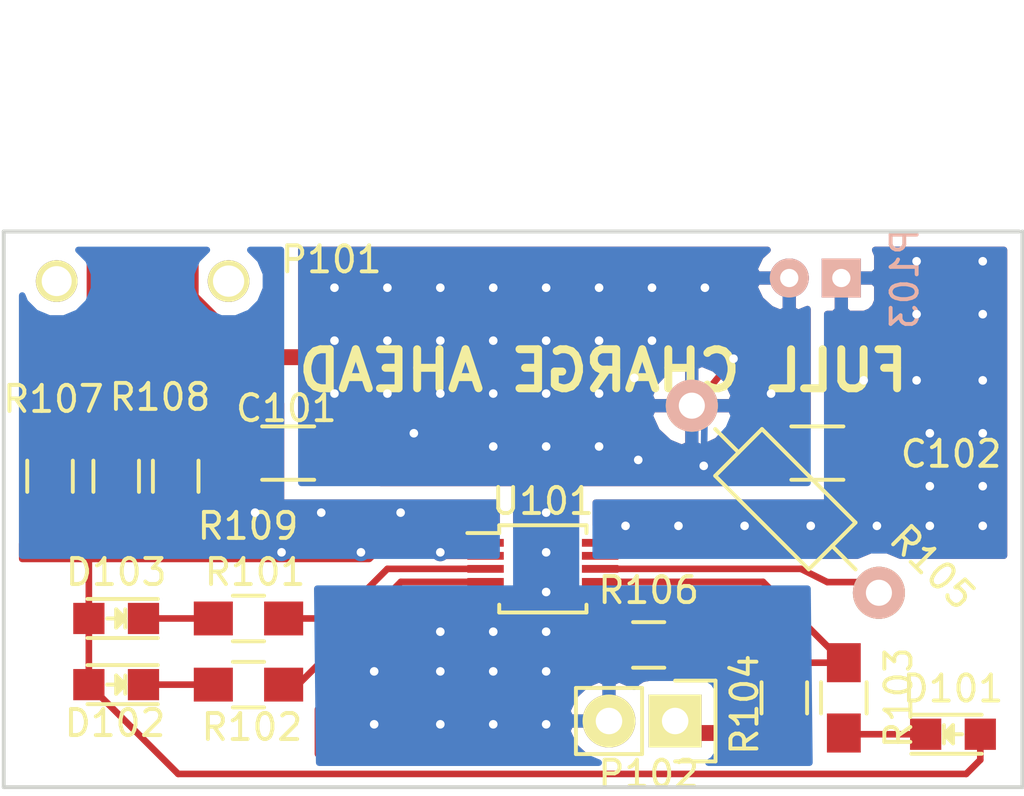
<source format=kicad_pcb>
(kicad_pcb (version 4) (host pcbnew 4.0.2-4+6225~38~ubuntu14.04.1-stable)

  (general
    (links 36)
    (no_connects 0)
    (area 136.406529 70.079599 175.899829 102.977733)
    (thickness 1.6)
    (drawings 5)
    (tracks 231)
    (zones 0)
    (modules 18)
    (nets 16)
  )

  (page A4)
  (layers
    (0 F.Cu signal)
    (31 B.Cu signal)
    (32 B.Adhes user)
    (33 F.Adhes user)
    (34 B.Paste user)
    (35 F.Paste user)
    (36 B.SilkS user)
    (37 F.SilkS user)
    (38 B.Mask user)
    (39 F.Mask user)
    (40 Dwgs.User user)
    (41 Cmts.User user)
    (42 Eco1.User user)
    (43 Eco2.User user)
    (44 Edge.Cuts user)
    (45 Margin user)
    (46 B.CrtYd user)
    (47 F.CrtYd user)
    (48 B.Fab user)
    (49 F.Fab user)
  )

  (setup
    (last_trace_width 0.254)
    (user_trace_width 0.254)
    (user_trace_width 0.6096)
    (trace_clearance 0.1524)
    (zone_clearance 0.508)
    (zone_45_only no)
    (trace_min 0.1524)
    (segment_width 0.2)
    (edge_width 0.15)
    (via_size 0.6858)
    (via_drill 0.3302)
    (via_min_size 0.6858)
    (via_min_drill 0.3302)
    (uvia_size 0.508)
    (uvia_drill 0.127)
    (uvias_allowed no)
    (uvia_min_size 0.508)
    (uvia_min_drill 0.127)
    (pcb_text_width 0.3)
    (pcb_text_size 1.5 1.5)
    (mod_edge_width 0.15)
    (mod_text_size 1 1)
    (mod_text_width 0.15)
    (pad_size 1.524 1.524)
    (pad_drill 0.762)
    (pad_to_mask_clearance 0.2)
    (aux_axis_origin 0 0)
    (grid_origin 143.2869 83.701)
    (visible_elements 7FFFFFFF)
    (pcbplotparams
      (layerselection 0x010f0_80000001)
      (usegerberextensions false)
      (excludeedgelayer true)
      (linewidth 0.100000)
      (plotframeref false)
      (viasonmask false)
      (mode 1)
      (useauxorigin false)
      (hpglpennumber 1)
      (hpglpenspeed 20)
      (hpglpendiameter 15)
      (hpglpenoverlay 2)
      (psnegative false)
      (psa4output false)
      (plotreference true)
      (plotvalue false)
      (plotinvisibletext false)
      (padsonsilk false)
      (subtractmaskfromsilk true)
      (outputformat 1)
      (mirror false)
      (drillshape 0)
      (scaleselection 1)
      (outputdirectory FCA_Gerbers/))
  )

  (net 0 "")
  (net 1 GND)
  (net 2 "Net-(D101-Pad1)")
  (net 3 "Net-(D102-Pad1)")
  (net 4 "Net-(D103-Pad1)")
  (net 5 "Net-(P101-Pad2)")
  (net 6 "Net-(P101-Pad3)")
  (net 7 "Net-(P101-Pad4)")
  (net 8 "Net-(P102-Pad1)")
  (net 9 "Net-(R101-Pad1)")
  (net 10 "Net-(R102-Pad1)")
  (net 11 "Net-(R103-Pad1)")
  (net 12 "Net-(R105-Pad2)")
  (net 13 "Net-(R106-Pad2)")
  (net 14 /Vdd)
  (net 15 /Vbat)

  (net_class Default "This is the default net class."
    (clearance 0.1524)
    (trace_width 0.1524)
    (via_dia 0.6858)
    (via_drill 0.3302)
    (uvia_dia 0.508)
    (uvia_drill 0.127)
    (add_net /Vbat)
    (add_net /Vdd)
    (add_net GND)
    (add_net "Net-(D101-Pad1)")
    (add_net "Net-(D102-Pad1)")
    (add_net "Net-(D103-Pad1)")
    (add_net "Net-(P101-Pad2)")
    (add_net "Net-(P101-Pad3)")
    (add_net "Net-(P101-Pad4)")
    (add_net "Net-(P102-Pad1)")
    (add_net "Net-(R101-Pad1)")
    (add_net "Net-(R102-Pad1)")
    (add_net "Net-(R103-Pad1)")
    (add_net "Net-(R105-Pad2)")
    (add_net "Net-(R106-Pad2)")
  )

  (module Footprints:USB_Micro-B (layer F.Cu) (tedit 56DB56C5) (tstamp 56D7867D)
    (at 141.986 81.026 180)
    (descr "Micro USB Type B Receptacle")
    (tags "USB USB_B USB_micro USB_OTG")
    (path /56D79676)
    (attr smd)
    (fp_text reference P101 (at -7.2445 0.8302 180) (layer F.SilkS)
      (effects (font (size 1 1) (thickness 0.15)))
    )
    (fp_text value USB_OTG (at 0 4.8 180) (layer F.Fab)
      (effects (font (size 1 1) (thickness 0.15)))
    )
    (fp_line (start 5 -5) (end 5 1.45) (layer Eco1.User) (width 0.15))
    (fp_line (start -5 1.45) (end -5 -5) (layer Eco1.User) (width 0.15))
    (fp_line (start -5 -5) (end 5 -5) (layer Eco1.User) (width 0.15))
    (fp_line (start -5 1.45) (end 5 1.45) (layer Eco1.User) (width 0.15))
    (pad 6 smd rect (at 3.2 -2.45 270) (size 1.6 1.4) (layers F.Cu F.Paste F.Mask)
      (net 1 GND))
    (pad 1 smd rect (at -1.3009 -2.675 270) (size 1.35 0.4) (layers F.Cu F.Paste F.Mask)
      (net 14 /Vdd))
    (pad 2 smd rect (at -0.6509 -2.675 270) (size 1.35 0.4) (layers F.Cu F.Paste F.Mask)
      (net 5 "Net-(P101-Pad2)"))
    (pad 3 smd rect (at 0 -2.675 270) (size 1.35 0.4) (layers F.Cu F.Paste F.Mask)
      (net 6 "Net-(P101-Pad3)"))
    (pad 4 smd rect (at 0.6491 -2.675 270) (size 1.35 0.4) (layers F.Cu F.Paste F.Mask)
      (net 7 "Net-(P101-Pad4)"))
    (pad 5 smd rect (at 1.2991 -2.675 270) (size 1.35 0.4) (layers F.Cu F.Paste F.Mask)
      (net 1 GND))
    (pad 6 smd rect (at -3.2 -2.45 270) (size 1.6 1.4) (layers F.Cu F.Paste F.Mask)
      (net 1 GND))
    (pad 6 smd rect (at 1.2 0 270) (size 1.9 1.9) (layers F.Cu F.Paste F.Mask)
      (net 1 GND))
    (pad 6 smd rect (at -1.2 0 270) (size 1.9 1.9) (layers F.Cu F.Paste F.Mask)
      (net 1 GND))
    (pad "" np_thru_hole circle (at 3.3 0 270) (size 1.6 1.6) (drill 1.15) (layers *.Cu *.Mask F.SilkS))
    (pad "" np_thru_hole circle (at -3.3 0 270) (size 1.6 1.6) (drill 1.2) (layers *.Cu *.Mask F.SilkS))
  )

  (module Capacitors_SMD:C_1206_HandSoldering (layer F.Cu) (tedit 56DB5729) (tstamp 56D78656)
    (at 147.574 87.63)
    (descr "Capacitor SMD 1206, hand soldering")
    (tags "capacitor 1206")
    (path /56D7930F)
    (attr smd)
    (fp_text reference C101 (at -0.0707 -1.7192) (layer F.SilkS)
      (effects (font (size 1 1) (thickness 0.15)))
    )
    (fp_text value 4.7u (at 0 2.3) (layer F.Fab) hide
      (effects (font (size 1 1) (thickness 0.15)))
    )
    (fp_line (start -3.3 -1.15) (end 3.3 -1.15) (layer F.CrtYd) (width 0.05))
    (fp_line (start -3.3 1.15) (end 3.3 1.15) (layer F.CrtYd) (width 0.05))
    (fp_line (start -3.3 -1.15) (end -3.3 1.15) (layer F.CrtYd) (width 0.05))
    (fp_line (start 3.3 -1.15) (end 3.3 1.15) (layer F.CrtYd) (width 0.05))
    (fp_line (start 1 -1.025) (end -1 -1.025) (layer F.SilkS) (width 0.15))
    (fp_line (start -1 1.025) (end 1 1.025) (layer F.SilkS) (width 0.15))
    (pad 1 smd rect (at -2 0) (size 2 1.6) (layers F.Cu F.Paste F.Mask)
      (net 14 /Vdd))
    (pad 2 smd rect (at 2 0) (size 2 1.6) (layers F.Cu F.Paste F.Mask)
      (net 1 GND))
    (model Capacitors_SMD.3dshapes/C_1206_HandSoldering.wrl
      (at (xyz 0 0 0))
      (scale (xyz 1 1 1))
      (rotate (xyz 0 0 0))
    )
  )

  (module Capacitors_SMD:C_1206_HandSoldering (layer F.Cu) (tedit 56DB5672) (tstamp 56D7865C)
    (at 167.894 87.63 180)
    (descr "Capacitor SMD 1206, hand soldering")
    (tags "capacitor 1206")
    (path /56D77E6F)
    (attr smd)
    (fp_text reference C102 (at -5.1363 -0.0334 180) (layer F.SilkS)
      (effects (font (size 1 1) (thickness 0.15)))
    )
    (fp_text value 4.7u (at -0.2087 -0.008 180) (layer F.Fab) hide
      (effects (font (size 1 1) (thickness 0.15)))
    )
    (fp_line (start -3.3 -1.15) (end 3.3 -1.15) (layer F.CrtYd) (width 0.05))
    (fp_line (start -3.3 1.15) (end 3.3 1.15) (layer F.CrtYd) (width 0.05))
    (fp_line (start -3.3 -1.15) (end -3.3 1.15) (layer F.CrtYd) (width 0.05))
    (fp_line (start 3.3 -1.15) (end 3.3 1.15) (layer F.CrtYd) (width 0.05))
    (fp_line (start 1 -1.025) (end -1 -1.025) (layer F.SilkS) (width 0.15))
    (fp_line (start -1 1.025) (end 1 1.025) (layer F.SilkS) (width 0.15))
    (pad 1 smd rect (at -2 0 180) (size 2 1.6) (layers F.Cu F.Paste F.Mask)
      (net 15 /Vbat))
    (pad 2 smd rect (at 2 0 180) (size 2 1.6) (layers F.Cu F.Paste F.Mask)
      (net 1 GND))
    (model Capacitors_SMD.3dshapes/C_1206_HandSoldering.wrl
      (at (xyz 0 0 0))
      (scale (xyz 1 1 1))
      (rotate (xyz 0 0 0))
    )
  )

  (module LEDs:LED_0805 (layer F.Cu) (tedit 56D8C8A4) (tstamp 56D78662)
    (at 173.101 98.425)
    (descr "LED 0805 smd package")
    (tags "LED 0805 SMD")
    (path /56D76C9C)
    (attr smd)
    (fp_text reference D101 (at 0 -1.75) (layer F.SilkS)
      (effects (font (size 1 1) (thickness 0.15)))
    )
    (fp_text value NOPOP (at 0 1.75) (layer F.Fab) hide
      (effects (font (size 1 1) (thickness 0.15)))
    )
    (fp_line (start -1.6 0.75) (end 1.1 0.75) (layer F.SilkS) (width 0.15))
    (fp_line (start -1.6 -0.75) (end 1.1 -0.75) (layer F.SilkS) (width 0.15))
    (fp_line (start -0.1 0.15) (end -0.1 -0.1) (layer F.SilkS) (width 0.15))
    (fp_line (start -0.1 -0.1) (end -0.25 0.05) (layer F.SilkS) (width 0.15))
    (fp_line (start -0.35 -0.35) (end -0.35 0.35) (layer F.SilkS) (width 0.15))
    (fp_line (start 0 0) (end 0.35 0) (layer F.SilkS) (width 0.15))
    (fp_line (start -0.35 0) (end 0 -0.35) (layer F.SilkS) (width 0.15))
    (fp_line (start 0 -0.35) (end 0 0.35) (layer F.SilkS) (width 0.15))
    (fp_line (start 0 0.35) (end -0.35 0) (layer F.SilkS) (width 0.15))
    (fp_line (start 1.9 -0.95) (end 1.9 0.95) (layer F.CrtYd) (width 0.05))
    (fp_line (start 1.9 0.95) (end -1.9 0.95) (layer F.CrtYd) (width 0.05))
    (fp_line (start -1.9 0.95) (end -1.9 -0.95) (layer F.CrtYd) (width 0.05))
    (fp_line (start -1.9 -0.95) (end 1.9 -0.95) (layer F.CrtYd) (width 0.05))
    (pad 2 smd rect (at 1.04902 0 180) (size 1.19888 1.19888) (layers F.Cu F.Paste F.Mask)
      (net 14 /Vdd))
    (pad 1 smd rect (at -1.04902 0 180) (size 1.19888 1.19888) (layers F.Cu F.Paste F.Mask)
      (net 2 "Net-(D101-Pad1)"))
    (model LEDs.3dshapes/LED_0805.wrl
      (at (xyz 0 0 0))
      (scale (xyz 1 1 1))
      (rotate (xyz 0 0 0))
    )
  )

  (module LEDs:LED_0805 (layer F.Cu) (tedit 56DB5733) (tstamp 56D78668)
    (at 140.97 96.52 180)
    (descr "LED 0805 smd package")
    (tags "LED 0805 SMD")
    (path /56D76D29)
    (attr smd)
    (fp_text reference D102 (at 0.0453 -1.4812 180) (layer F.SilkS)
      (effects (font (size 1 1) (thickness 0.15)))
    )
    (fp_text value LED (at -0.254 0.127 180) (layer F.Fab) hide
      (effects (font (size 1 1) (thickness 0.15)))
    )
    (fp_line (start -1.6 0.75) (end 1.1 0.75) (layer F.SilkS) (width 0.15))
    (fp_line (start -1.6 -0.75) (end 1.1 -0.75) (layer F.SilkS) (width 0.15))
    (fp_line (start -0.1 0.15) (end -0.1 -0.1) (layer F.SilkS) (width 0.15))
    (fp_line (start -0.1 -0.1) (end -0.25 0.05) (layer F.SilkS) (width 0.15))
    (fp_line (start -0.35 -0.35) (end -0.35 0.35) (layer F.SilkS) (width 0.15))
    (fp_line (start 0 0) (end 0.35 0) (layer F.SilkS) (width 0.15))
    (fp_line (start -0.35 0) (end 0 -0.35) (layer F.SilkS) (width 0.15))
    (fp_line (start 0 -0.35) (end 0 0.35) (layer F.SilkS) (width 0.15))
    (fp_line (start 0 0.35) (end -0.35 0) (layer F.SilkS) (width 0.15))
    (fp_line (start 1.9 -0.95) (end 1.9 0.95) (layer F.CrtYd) (width 0.05))
    (fp_line (start 1.9 0.95) (end -1.9 0.95) (layer F.CrtYd) (width 0.05))
    (fp_line (start -1.9 0.95) (end -1.9 -0.95) (layer F.CrtYd) (width 0.05))
    (fp_line (start -1.9 -0.95) (end 1.9 -0.95) (layer F.CrtYd) (width 0.05))
    (pad 2 smd rect (at 1.04902 0) (size 1.19888 1.19888) (layers F.Cu F.Paste F.Mask)
      (net 14 /Vdd))
    (pad 1 smd rect (at -1.04902 0) (size 1.19888 1.19888) (layers F.Cu F.Paste F.Mask)
      (net 3 "Net-(D102-Pad1)"))
    (model LEDs.3dshapes/LED_0805.wrl
      (at (xyz 0 0 0))
      (scale (xyz 1 1 1))
      (rotate (xyz 0 0 0))
    )
  )

  (module LEDs:LED_0805 (layer F.Cu) (tedit 56D8DC0C) (tstamp 56D7866E)
    (at 140.97 93.98 180)
    (descr "LED 0805 smd package")
    (tags "LED 0805 SMD")
    (path /56D76D52)
    (attr smd)
    (fp_text reference D103 (at 0 1.778 180) (layer F.SilkS)
      (effects (font (size 1 1) (thickness 0.15)))
    )
    (fp_text value LED (at 0 0 180) (layer F.Fab) hide
      (effects (font (size 1 1) (thickness 0.15)))
    )
    (fp_line (start -1.6 0.75) (end 1.1 0.75) (layer F.SilkS) (width 0.15))
    (fp_line (start -1.6 -0.75) (end 1.1 -0.75) (layer F.SilkS) (width 0.15))
    (fp_line (start -0.1 0.15) (end -0.1 -0.1) (layer F.SilkS) (width 0.15))
    (fp_line (start -0.1 -0.1) (end -0.25 0.05) (layer F.SilkS) (width 0.15))
    (fp_line (start -0.35 -0.35) (end -0.35 0.35) (layer F.SilkS) (width 0.15))
    (fp_line (start 0 0) (end 0.35 0) (layer F.SilkS) (width 0.15))
    (fp_line (start -0.35 0) (end 0 -0.35) (layer F.SilkS) (width 0.15))
    (fp_line (start 0 -0.35) (end 0 0.35) (layer F.SilkS) (width 0.15))
    (fp_line (start 0 0.35) (end -0.35 0) (layer F.SilkS) (width 0.15))
    (fp_line (start 1.9 -0.95) (end 1.9 0.95) (layer F.CrtYd) (width 0.05))
    (fp_line (start 1.9 0.95) (end -1.9 0.95) (layer F.CrtYd) (width 0.05))
    (fp_line (start -1.9 0.95) (end -1.9 -0.95) (layer F.CrtYd) (width 0.05))
    (fp_line (start -1.9 -0.95) (end 1.9 -0.95) (layer F.CrtYd) (width 0.05))
    (pad 2 smd rect (at 1.04902 0) (size 1.19888 1.19888) (layers F.Cu F.Paste F.Mask)
      (net 14 /Vdd))
    (pad 1 smd rect (at -1.04902 0) (size 1.19888 1.19888) (layers F.Cu F.Paste F.Mask)
      (net 4 "Net-(D103-Pad1)"))
    (model LEDs.3dshapes/LED_0805.wrl
      (at (xyz 0 0 0))
      (scale (xyz 1 1 1))
      (rotate (xyz 0 0 0))
    )
  )

  (module Resistors_SMD:R_0805_HandSoldering (layer F.Cu) (tedit 56D8DBFC) (tstamp 56D7868F)
    (at 146.05 93.98 180)
    (descr "Resistor SMD 0805, hand soldering")
    (tags "resistor 0805")
    (path /56D76E75)
    (attr smd)
    (fp_text reference R101 (at -0.254 1.778 180) (layer F.SilkS)
      (effects (font (size 1 1) (thickness 0.15)))
    )
    (fp_text value 470 (at 0 0 180) (layer F.Fab) hide
      (effects (font (size 1 1) (thickness 0.15)))
    )
    (fp_line (start -2.4 -1) (end 2.4 -1) (layer F.CrtYd) (width 0.05))
    (fp_line (start -2.4 1) (end 2.4 1) (layer F.CrtYd) (width 0.05))
    (fp_line (start -2.4 -1) (end -2.4 1) (layer F.CrtYd) (width 0.05))
    (fp_line (start 2.4 -1) (end 2.4 1) (layer F.CrtYd) (width 0.05))
    (fp_line (start 0.6 0.875) (end -0.6 0.875) (layer F.SilkS) (width 0.15))
    (fp_line (start -0.6 -0.875) (end 0.6 -0.875) (layer F.SilkS) (width 0.15))
    (pad 1 smd rect (at -1.35 0 180) (size 1.5 1.3) (layers F.Cu F.Paste F.Mask)
      (net 9 "Net-(R101-Pad1)"))
    (pad 2 smd rect (at 1.35 0 180) (size 1.5 1.3) (layers F.Cu F.Paste F.Mask)
      (net 4 "Net-(D103-Pad1)"))
    (model Resistors_SMD.3dshapes/R_0805_HandSoldering.wrl
      (at (xyz 0 0 0))
      (scale (xyz 1 1 1))
      (rotate (xyz 0 0 0))
    )
  )

  (module Resistors_SMD:R_0805_HandSoldering (layer F.Cu) (tedit 56DB572F) (tstamp 56D78695)
    (at 146.05 96.52 180)
    (descr "Resistor SMD 0805, hand soldering")
    (tags "resistor 0805")
    (path /56D76E17)
    (attr smd)
    (fp_text reference R102 (at -0.1325 -1.6336 180) (layer F.SilkS)
      (effects (font (size 1 1) (thickness 0.15)))
    )
    (fp_text value 470 (at 0 -0.127 180) (layer F.Fab) hide
      (effects (font (size 1 1) (thickness 0.15)))
    )
    (fp_line (start -2.4 -1) (end 2.4 -1) (layer F.CrtYd) (width 0.05))
    (fp_line (start -2.4 1) (end 2.4 1) (layer F.CrtYd) (width 0.05))
    (fp_line (start -2.4 -1) (end -2.4 1) (layer F.CrtYd) (width 0.05))
    (fp_line (start 2.4 -1) (end 2.4 1) (layer F.CrtYd) (width 0.05))
    (fp_line (start 0.6 0.875) (end -0.6 0.875) (layer F.SilkS) (width 0.15))
    (fp_line (start -0.6 -0.875) (end 0.6 -0.875) (layer F.SilkS) (width 0.15))
    (pad 1 smd rect (at -1.35 0 180) (size 1.5 1.3) (layers F.Cu F.Paste F.Mask)
      (net 10 "Net-(R102-Pad1)"))
    (pad 2 smd rect (at 1.35 0 180) (size 1.5 1.3) (layers F.Cu F.Paste F.Mask)
      (net 3 "Net-(D102-Pad1)"))
    (model Resistors_SMD.3dshapes/R_0805_HandSoldering.wrl
      (at (xyz 0 0 0))
      (scale (xyz 1 1 1))
      (rotate (xyz 0 0 0))
    )
  )

  (module Resistors_SMD:R_0805_HandSoldering (layer F.Cu) (tedit 56D8C8A0) (tstamp 56D7869B)
    (at 168.91 97.028 270)
    (descr "Resistor SMD 0805, hand soldering")
    (tags "resistor 0805")
    (path /56D76D7A)
    (attr smd)
    (fp_text reference R103 (at 0 -2.1 270) (layer F.SilkS)
      (effects (font (size 1 1) (thickness 0.15)))
    )
    (fp_text value NOPOP (at 0 2.1 270) (layer F.Fab) hide
      (effects (font (size 1 1) (thickness 0.15)))
    )
    (fp_line (start -2.4 -1) (end 2.4 -1) (layer F.CrtYd) (width 0.05))
    (fp_line (start -2.4 1) (end 2.4 1) (layer F.CrtYd) (width 0.05))
    (fp_line (start -2.4 -1) (end -2.4 1) (layer F.CrtYd) (width 0.05))
    (fp_line (start 2.4 -1) (end 2.4 1) (layer F.CrtYd) (width 0.05))
    (fp_line (start 0.6 0.875) (end -0.6 0.875) (layer F.SilkS) (width 0.15))
    (fp_line (start -0.6 -0.875) (end 0.6 -0.875) (layer F.SilkS) (width 0.15))
    (pad 1 smd rect (at -1.35 0 270) (size 1.5 1.3) (layers F.Cu F.Paste F.Mask)
      (net 11 "Net-(R103-Pad1)"))
    (pad 2 smd rect (at 1.35 0 270) (size 1.5 1.3) (layers F.Cu F.Paste F.Mask)
      (net 2 "Net-(D101-Pad1)"))
    (model Resistors_SMD.3dshapes/R_0805_HandSoldering.wrl
      (at (xyz 0 0 0))
      (scale (xyz 1 1 1))
      (rotate (xyz 0 0 0))
    )
  )

  (module Resistors_SMD:R_0805_HandSoldering (layer F.Cu) (tedit 56D8DCE9) (tstamp 56D786A1)
    (at 166.624 97.028 270)
    (descr "Resistor SMD 0805, hand soldering")
    (tags "resistor 0805")
    (path /56D7CD0E)
    (attr smd)
    (fp_text reference R104 (at 0.254 1.524 270) (layer F.SilkS)
      (effects (font (size 1 1) (thickness 0.15)))
    )
    (fp_text value 470 (at 0 2.1 270) (layer F.Fab) hide
      (effects (font (size 1 1) (thickness 0.15)))
    )
    (fp_line (start -2.4 -1) (end 2.4 -1) (layer F.CrtYd) (width 0.05))
    (fp_line (start -2.4 1) (end 2.4 1) (layer F.CrtYd) (width 0.05))
    (fp_line (start -2.4 -1) (end -2.4 1) (layer F.CrtYd) (width 0.05))
    (fp_line (start 2.4 -1) (end 2.4 1) (layer F.CrtYd) (width 0.05))
    (fp_line (start 0.6 0.875) (end -0.6 0.875) (layer F.SilkS) (width 0.15))
    (fp_line (start -0.6 -0.875) (end 0.6 -0.875) (layer F.SilkS) (width 0.15))
    (pad 1 smd rect (at -1.35 0 270) (size 1.5 1.3) (layers F.Cu F.Paste F.Mask)
      (net 11 "Net-(R103-Pad1)"))
    (pad 2 smd rect (at 1.35 0 270) (size 1.5 1.3) (layers F.Cu F.Paste F.Mask)
      (net 8 "Net-(P102-Pad1)"))
    (model Resistors_SMD.3dshapes/R_0805_HandSoldering.wrl
      (at (xyz 0 0 0))
      (scale (xyz 1 1 1))
      (rotate (xyz 0 0 0))
    )
  )

  (module Resistors_SMD:R_0805_HandSoldering (layer F.Cu) (tedit 56D7994D) (tstamp 56D786AD)
    (at 161.417 94.996)
    (descr "Resistor SMD 0805, hand soldering")
    (tags "resistor 0805")
    (path /56D77C08)
    (attr smd)
    (fp_text reference R106 (at 0 -2.1) (layer F.SilkS)
      (effects (font (size 1 1) (thickness 0.15)))
    )
    (fp_text value 2K (at 0 2.1) (layer F.Fab) hide
      (effects (font (size 1 1) (thickness 0.15)))
    )
    (fp_line (start -2.4 -1) (end 2.4 -1) (layer F.CrtYd) (width 0.05))
    (fp_line (start -2.4 1) (end 2.4 1) (layer F.CrtYd) (width 0.05))
    (fp_line (start -2.4 -1) (end -2.4 1) (layer F.CrtYd) (width 0.05))
    (fp_line (start 2.4 -1) (end 2.4 1) (layer F.CrtYd) (width 0.05))
    (fp_line (start 0.6 0.875) (end -0.6 0.875) (layer F.SilkS) (width 0.15))
    (fp_line (start -0.6 -0.875) (end 0.6 -0.875) (layer F.SilkS) (width 0.15))
    (pad 1 smd rect (at -1.35 0) (size 1.5 1.3) (layers F.Cu F.Paste F.Mask)
      (net 1 GND))
    (pad 2 smd rect (at 1.35 0) (size 1.5 1.3) (layers F.Cu F.Paste F.Mask)
      (net 13 "Net-(R106-Pad2)"))
    (model Resistors_SMD.3dshapes/R_0805_HandSoldering.wrl
      (at (xyz 0 0 0))
      (scale (xyz 1 1 1))
      (rotate (xyz 0 0 0))
    )
  )

  (module Resistors_SMD:R_0805_HandSoldering (layer F.Cu) (tedit 56DB570B) (tstamp 56D786B3)
    (at 138.43 88.519 90)
    (descr "Resistor SMD 0805, hand soldering")
    (tags "resistor 0805")
    (path /56D822E2)
    (attr smd)
    (fp_text reference R107 (at 2.9638 0.1325 180) (layer F.SilkS)
      (effects (font (size 1 1) (thickness 0.15)))
    )
    (fp_text value NOPOP (at 0 2.1 90) (layer F.Fab) hide
      (effects (font (size 1 1) (thickness 0.15)))
    )
    (fp_line (start -2.4 -1) (end 2.4 -1) (layer F.CrtYd) (width 0.05))
    (fp_line (start -2.4 1) (end 2.4 1) (layer F.CrtYd) (width 0.05))
    (fp_line (start -2.4 -1) (end -2.4 1) (layer F.CrtYd) (width 0.05))
    (fp_line (start 2.4 -1) (end 2.4 1) (layer F.CrtYd) (width 0.05))
    (fp_line (start 0.6 0.875) (end -0.6 0.875) (layer F.SilkS) (width 0.15))
    (fp_line (start -0.6 -0.875) (end 0.6 -0.875) (layer F.SilkS) (width 0.15))
    (pad 1 smd rect (at -1.35 0 90) (size 1.5 1.3) (layers F.Cu F.Paste F.Mask)
      (net 14 /Vdd))
    (pad 2 smd rect (at 1.35 0 90) (size 1.5 1.3) (layers F.Cu F.Paste F.Mask)
      (net 7 "Net-(P101-Pad4)"))
    (model Resistors_SMD.3dshapes/R_0805_HandSoldering.wrl
      (at (xyz 0 0 0))
      (scale (xyz 1 1 1))
      (rotate (xyz 0 0 0))
    )
  )

  (module Resistors_SMD:R_0805_HandSoldering (layer F.Cu) (tedit 56DB5715) (tstamp 56D786B9)
    (at 140.97 88.519 90)
    (descr "Resistor SMD 0805, hand soldering")
    (tags "resistor 0805")
    (path /56D8270D)
    (attr smd)
    (fp_text reference R108 (at 3.04 1.6819 180) (layer F.SilkS)
      (effects (font (size 1 1) (thickness 0.15)))
    )
    (fp_text value NOPOP (at 0 2.1 90) (layer F.Fab) hide
      (effects (font (size 1 1) (thickness 0.15)))
    )
    (fp_line (start -2.4 -1) (end 2.4 -1) (layer F.CrtYd) (width 0.05))
    (fp_line (start -2.4 1) (end 2.4 1) (layer F.CrtYd) (width 0.05))
    (fp_line (start -2.4 -1) (end -2.4 1) (layer F.CrtYd) (width 0.05))
    (fp_line (start 2.4 -1) (end 2.4 1) (layer F.CrtYd) (width 0.05))
    (fp_line (start 0.6 0.875) (end -0.6 0.875) (layer F.SilkS) (width 0.15))
    (fp_line (start -0.6 -0.875) (end 0.6 -0.875) (layer F.SilkS) (width 0.15))
    (pad 1 smd rect (at -1.35 0 90) (size 1.5 1.3) (layers F.Cu F.Paste F.Mask)
      (net 14 /Vdd))
    (pad 2 smd rect (at 1.35 0 90) (size 1.5 1.3) (layers F.Cu F.Paste F.Mask)
      (net 6 "Net-(P101-Pad3)"))
    (model Resistors_SMD.3dshapes/R_0805_HandSoldering.wrl
      (at (xyz 0 0 0))
      (scale (xyz 1 1 1))
      (rotate (xyz 0 0 0))
    )
  )

  (module Resistors_SMD:R_0805_HandSoldering (layer F.Cu) (tedit 56DB56ED) (tstamp 56D786BF)
    (at 143.256 88.519 90)
    (descr "Resistor SMD 0805, hand soldering")
    (tags "resistor 0805")
    (path /56D8275F)
    (attr smd)
    (fp_text reference R109 (at -1.913 2.7741 180) (layer F.SilkS)
      (effects (font (size 1 1) (thickness 0.15)))
    )
    (fp_text value NOPOP (at 0 2.1 90) (layer F.Fab) hide
      (effects (font (size 1 1) (thickness 0.15)))
    )
    (fp_line (start -2.4 -1) (end 2.4 -1) (layer F.CrtYd) (width 0.05))
    (fp_line (start -2.4 1) (end 2.4 1) (layer F.CrtYd) (width 0.05))
    (fp_line (start -2.4 -1) (end -2.4 1) (layer F.CrtYd) (width 0.05))
    (fp_line (start 2.4 -1) (end 2.4 1) (layer F.CrtYd) (width 0.05))
    (fp_line (start 0.6 0.875) (end -0.6 0.875) (layer F.SilkS) (width 0.15))
    (fp_line (start -0.6 -0.875) (end 0.6 -0.875) (layer F.SilkS) (width 0.15))
    (pad 1 smd rect (at -1.35 0 90) (size 1.5 1.3) (layers F.Cu F.Paste F.Mask)
      (net 14 /Vdd))
    (pad 2 smd rect (at 1.35 0 90) (size 1.5 1.3) (layers F.Cu F.Paste F.Mask)
      (net 5 "Net-(P101-Pad2)"))
    (model Resistors_SMD.3dshapes/R_0805_HandSoldering.wrl
      (at (xyz 0 0 0))
      (scale (xyz 1 1 1))
      (rotate (xyz 0 0 0))
    )
  )

  (module Housings_SSOP:MSOP-10_3x3mm_Pitch0.5mm (layer F.Cu) (tedit 56D7962F) (tstamp 56D786CD)
    (at 157.353 92.075)
    (descr "10-Lead Plastic Micro Small Outline Package (MS) [MSOP] (see Microchip Packaging Specification 00000049BS.pdf)")
    (tags "SSOP 0.5")
    (path /56D7CA81)
    (attr smd)
    (fp_text reference U101 (at 0 -2.6) (layer F.SilkS)
      (effects (font (size 1 1) (thickness 0.15)))
    )
    (fp_text value MCP73834-FCI/UN (at 0 2.6) (layer F.Fab) hide
      (effects (font (size 1 1) (thickness 0.15)))
    )
    (fp_line (start -3.15 -1.85) (end -3.15 1.85) (layer F.CrtYd) (width 0.05))
    (fp_line (start 3.15 -1.85) (end 3.15 1.85) (layer F.CrtYd) (width 0.05))
    (fp_line (start -3.15 -1.85) (end 3.15 -1.85) (layer F.CrtYd) (width 0.05))
    (fp_line (start -3.15 1.85) (end 3.15 1.85) (layer F.CrtYd) (width 0.05))
    (fp_line (start -1.675 -1.675) (end -1.675 -1.375) (layer F.SilkS) (width 0.15))
    (fp_line (start 1.675 -1.675) (end 1.675 -1.375) (layer F.SilkS) (width 0.15))
    (fp_line (start 1.675 1.675) (end 1.675 1.375) (layer F.SilkS) (width 0.15))
    (fp_line (start -1.675 1.675) (end -1.675 1.375) (layer F.SilkS) (width 0.15))
    (fp_line (start -1.675 -1.675) (end 1.675 -1.675) (layer F.SilkS) (width 0.15))
    (fp_line (start -1.675 1.675) (end 1.675 1.675) (layer F.SilkS) (width 0.15))
    (fp_line (start -1.675 -1.375) (end -2.9 -1.375) (layer F.SilkS) (width 0.15))
    (pad 1 smd rect (at -2.2 -1) (size 1.4 0.3) (layers F.Cu F.Paste F.Mask)
      (net 14 /Vdd))
    (pad 2 smd rect (at -2.2 -0.5) (size 1.4 0.3) (layers F.Cu F.Paste F.Mask)
      (net 14 /Vdd))
    (pad 3 smd rect (at -2.2 0) (size 1.4 0.3) (layers F.Cu F.Paste F.Mask)
      (net 9 "Net-(R101-Pad1)"))
    (pad 4 smd rect (at -2.2 0.5) (size 1.4 0.3) (layers F.Cu F.Paste F.Mask)
      (net 10 "Net-(R102-Pad1)"))
    (pad 5 smd rect (at -2.2 1) (size 1.4 0.3) (layers F.Cu F.Paste F.Mask)
      (net 1 GND))
    (pad 6 smd rect (at 2.2 1) (size 1.4 0.3) (layers F.Cu F.Paste F.Mask)
      (net 13 "Net-(R106-Pad2)"))
    (pad 7 smd rect (at 2.2 0.5) (size 1.4 0.3) (layers F.Cu F.Paste F.Mask)
      (net 11 "Net-(R103-Pad1)"))
    (pad 8 smd rect (at 2.2 0) (size 1.4 0.3) (layers F.Cu F.Paste F.Mask)
      (net 12 "Net-(R105-Pad2)"))
    (pad 9 smd rect (at 2.2 -0.5) (size 1.4 0.3) (layers F.Cu F.Paste F.Mask)
      (net 15 /Vbat))
    (pad 10 smd rect (at 2.2 -1) (size 1.4 0.3) (layers F.Cu F.Paste F.Mask)
      (net 15 /Vbat))
    (model Housings_SSOP.3dshapes/MSOP-10_3x3mm_Pitch0.5mm.wrl
      (at (xyz 0 0 0))
      (scale (xyz 1 1 1))
      (rotate (xyz 0 0 0))
    )
  )

  (module Pin_Headers:Pin_Header_Straight_1x02 (layer F.Cu) (tedit 56D8DCDD) (tstamp 56D78791)
    (at 162.433 97.917 270)
    (descr "Through hole pin header")
    (tags "pin header")
    (path /56D7D03B)
    (fp_text reference P102 (at 2.032 1.016 360) (layer F.SilkS)
      (effects (font (size 1 1) (thickness 0.15)))
    )
    (fp_text value CONN_01X02 (at 0 -3.1 270) (layer F.Fab) hide
      (effects (font (size 1 1) (thickness 0.15)))
    )
    (fp_line (start 1.27 1.27) (end 1.27 3.81) (layer F.SilkS) (width 0.15))
    (fp_line (start 1.55 -1.55) (end 1.55 0) (layer F.SilkS) (width 0.15))
    (fp_line (start -1.75 -1.75) (end -1.75 4.3) (layer F.CrtYd) (width 0.05))
    (fp_line (start 1.75 -1.75) (end 1.75 4.3) (layer F.CrtYd) (width 0.05))
    (fp_line (start -1.75 -1.75) (end 1.75 -1.75) (layer F.CrtYd) (width 0.05))
    (fp_line (start -1.75 4.3) (end 1.75 4.3) (layer F.CrtYd) (width 0.05))
    (fp_line (start 1.27 1.27) (end -1.27 1.27) (layer F.SilkS) (width 0.15))
    (fp_line (start -1.55 0) (end -1.55 -1.55) (layer F.SilkS) (width 0.15))
    (fp_line (start -1.55 -1.55) (end 1.55 -1.55) (layer F.SilkS) (width 0.15))
    (fp_line (start -1.27 1.27) (end -1.27 3.81) (layer F.SilkS) (width 0.15))
    (fp_line (start -1.27 3.81) (end 1.27 3.81) (layer F.SilkS) (width 0.15))
    (pad 1 thru_hole rect (at 0 0 270) (size 2.032 2.032) (drill 1.016) (layers *.Cu *.Mask F.SilkS)
      (net 8 "Net-(P102-Pad1)"))
    (pad 2 thru_hole oval (at 0 2.54 270) (size 2.032 2.032) (drill 1.016) (layers *.Cu *.Mask F.SilkS)
      (net 1 GND))
    (model Pin_Headers.3dshapes/Pin_Header_Straight_1x02.wrl
      (at (xyz 0 -0.05 0))
      (scale (xyz 1 1 1))
      (rotate (xyz 0 0 90))
    )
  )

  (module Footprints:JST_2Pin (layer B.Cu) (tedit 56DB5755) (tstamp 56D78796)
    (at 168.8139 80.907 90)
    (descr "Through hole pin header")
    (tags "pin header")
    (path /56D7845F)
    (fp_text reference P103 (at -0.0254 2.4384 90) (layer B.SilkS)
      (effects (font (size 1 1) (thickness 0.15)) (justify mirror))
    )
    (fp_text value CONN_01X02 (at -1.9558 -1.3462 180) (layer B.Fab)
      (effects (font (size 1 1) (thickness 0.15)) (justify mirror))
    )
    (fp_line (start 4.09 1.24) (end 4.03 -3.8) (layer Eco1.User) (width 0.15))
    (fp_line (start -1.5 1.75) (end -1.5 -4.3) (layer B.CrtYd) (width 0.05))
    (fp_line (start -1.5 1.75) (end 10.65 1.75) (layer B.CrtYd) (width 0.05))
    (fp_line (start -1.5 -4.3) (end 10.65 -4.3) (layer B.CrtYd) (width 0.05))
    (fp_line (start -1.3 1.55) (end -1.3 0) (layer Eco1.User) (width 0.15))
    (fp_line (start 0 1.55) (end -1.3 1.55) (layer Eco1.User) (width 0.15))
    (fp_line (start 1.524 0.254) (end 1.143 0.254) (layer Eco1.User) (width 0.15))
    (fp_line (start 1.524 -0.254) (end 1.143 -0.254) (layer Eco1.User) (width 0.15))
    (fp_line (start 1.524 -2.286) (end 1.143 -2.286) (layer Eco1.User) (width 0.15))
    (fp_line (start 1.524 -2.794) (end 1.143 -2.794) (layer Eco1.User) (width 0.15))
    (fp_line (start 1.524 1.27) (end 4.064 1.27) (layer Eco1.User) (width 0.15))
    (fp_line (start 1.524 -1.27) (end 4.064 -1.27) (layer Eco1.User) (width 0.15))
    (fp_line (start 1.524 -1.27) (end 1.524 -3.81) (layer Eco1.User) (width 0.15))
    (fp_line (start 1.524 -3.81) (end 4.064 -3.81) (layer Eco1.User) (width 0.15))
    (fp_line (start 1.524 -1.27) (end 4.064 -1.27) (layer Eco1.User) (width 0.15))
    (fp_line (start 1.524 1.27) (end 1.524 -1.27) (layer Eco1.User) (width 0.15))
    (pad 1 thru_hole rect (at 0 0 90) (size 1.5 1.5) (drill 0.7) (layers *.Cu *.Mask B.SilkS)
      (net 15 /Vbat))
    (pad 2 thru_hole oval (at 0 -2 90) (size 1.5 1.5) (drill 0.7) (layers *.Cu *.Mask B.SilkS)
      (net 1 GND))
    (model Pin_Headers.3dshapes/Pin_Header_Angled_1x02.wrl
      (at (xyz 0 -0.05 0))
      (scale (xyz 1 1 1))
      (rotate (xyz 0 0 90))
    )
  )

  (module Resistors_ThroughHole:Resistor_Horizontal_RM10mm (layer F.Cu) (tedit 56DB5662) (tstamp 56D786A7)
    (at 163.0735 85.8092 315)
    (descr "Resistor, Axial,  RM 10mm, 1/3W")
    (tags "Resistor Axial RM 10mm 1/3W")
    (path /56D77D2E)
    (fp_text reference R105 (at 10.919991 -2.155261 315) (layer F.SilkS)
      (effects (font (size 1 1) (thickness 0.15)))
    )
    (fp_text value 10K (at 5.08 3.81 315) (layer F.Fab)
      (effects (font (size 1 1) (thickness 0.15)))
    )
    (fp_line (start -1.25 -1.5) (end 11.4 -1.5) (layer F.CrtYd) (width 0.05))
    (fp_line (start -1.25 1.5) (end -1.25 -1.5) (layer F.CrtYd) (width 0.05))
    (fp_line (start 11.4 -1.5) (end 11.4 1.5) (layer F.CrtYd) (width 0.05))
    (fp_line (start -1.25 1.5) (end 11.4 1.5) (layer F.CrtYd) (width 0.05))
    (fp_line (start 2.54 -1.27) (end 7.62 -1.27) (layer F.SilkS) (width 0.15))
    (fp_line (start 7.62 -1.27) (end 7.62 1.27) (layer F.SilkS) (width 0.15))
    (fp_line (start 7.62 1.27) (end 2.54 1.27) (layer F.SilkS) (width 0.15))
    (fp_line (start 2.54 1.27) (end 2.54 -1.27) (layer F.SilkS) (width 0.15))
    (fp_line (start 2.54 0) (end 1.27 0) (layer F.SilkS) (width 0.15))
    (fp_line (start 7.62 0) (end 8.89 0) (layer F.SilkS) (width 0.15))
    (pad 1 thru_hole circle (at 0 0 315) (size 1.99898 1.99898) (drill 1.00076) (layers *.Cu *.SilkS *.Mask)
      (net 1 GND))
    (pad 2 thru_hole circle (at 10.16 0 315) (size 1.99898 1.99898) (drill 1.00076) (layers *.Cu *.SilkS *.Mask)
      (net 12 "Net-(R105-Pad2)"))
    (model Resistors_ThroughHole.3dshapes/Resistor_Horizontal_RM10mm.wrl
      (at (xyz 0.2 0 0))
      (scale (xyz 0.4 0.4 0.4))
      (rotate (xyz 0 0 0))
    )
  )

  (gr_text "FULL CHARGE AHEAD" (at 159.6699 84.463) (layer F.SilkS)
    (effects (font (size 1.5 1.5) (thickness 0.3048)) (justify mirror))
  )
  (gr_line (start 175.768 100.457) (end 175.768 79.121) (angle 90) (layer Edge.Cuts) (width 0.15))
  (gr_line (start 136.652 100.457) (end 175.768 100.457) (angle 90) (layer Edge.Cuts) (width 0.15))
  (gr_line (start 136.652 79.121) (end 136.652 100.457) (angle 90) (layer Edge.Cuts) (width 0.15))
  (gr_line (start 175.641 79.121) (end 136.652 79.121) (angle 90) (layer Edge.Cuts) (width 0.15))

  (segment (start 155.153 93.075) (end 155.153 93.1541) (width 0.254) (layer F.Cu) (net 1))
  (segment (start 155.153 93.1541) (end 155.448 93.4491) (width 0.254) (layer F.Cu) (net 1) (tstamp 56DB4C40))
  (segment (start 155.448 93.4491) (end 155.448 94.488) (width 0.254) (layer F.Cu) (net 1) (tstamp 56DB4C41))
  (segment (start 155.153 93.075) (end 155.153 94.193) (width 0.254) (layer F.Cu) (net 1))
  (segment (start 155.153 94.193) (end 155.448 94.488) (width 0.254) (layer F.Cu) (net 1) (tstamp 56DB4C32))
  (segment (start 155.153 93.075) (end 157.369 93.075) (width 0.254) (layer F.Cu) (net 1))
  (segment (start 157.369 93.075) (end 157.48 92.964) (width 0.254) (layer F.Cu) (net 1) (tstamp 56DB4C2F))
  (segment (start 159.893 97.917) (end 157.607 97.917) (width 0.254) (layer F.Cu) (net 1))
  (segment (start 157.607 97.917) (end 157.48 98.044) (width 0.254) (layer F.Cu) (net 1) (tstamp 56DB47E2))
  (via (at 157.48 98.044) (size 0.6858) (drill 0.3302) (layers F.Cu B.Cu) (net 1))
  (segment (start 157.48 98.044) (end 155.956 98.044) (width 0.254) (layer B.Cu) (net 1) (tstamp 56DB47E6))
  (segment (start 155.956 98.044) (end 155.448 98.044) (width 0.254) (layer B.Cu) (net 1) (tstamp 56DB47E7))
  (via (at 155.448 98.044) (size 0.6858) (drill 0.3302) (layers F.Cu B.Cu) (net 1))
  (segment (start 155.448 98.044) (end 153.416 98.044) (width 0.254) (layer F.Cu) (net 1) (tstamp 56DB47EA))
  (via (at 153.416 98.044) (size 0.6858) (drill 0.3302) (layers F.Cu B.Cu) (net 1))
  (segment (start 153.416 98.044) (end 150.876 98.044) (width 0.254) (layer B.Cu) (net 1) (tstamp 56DB47EE))
  (via (at 150.876 98.044) (size 0.6858) (drill 0.3302) (layers F.Cu B.Cu) (net 1))
  (segment (start 150.876 98.044) (end 150.876 96.012) (width 0.254) (layer F.Cu) (net 1) (tstamp 56DB47F1))
  (via (at 150.876 96.012) (size 0.6858) (drill 0.3302) (layers F.Cu B.Cu) (net 1))
  (segment (start 150.876 96.012) (end 153.416 96.012) (width 0.254) (layer B.Cu) (net 1) (tstamp 56DB47F4))
  (via (at 153.416 96.012) (size 0.6858) (drill 0.3302) (layers F.Cu B.Cu) (net 1))
  (segment (start 153.416 96.012) (end 153.416 94.488) (width 0.254) (layer F.Cu) (net 1) (tstamp 56DB47F7))
  (via (at 153.416 94.488) (size 0.6858) (drill 0.3302) (layers F.Cu B.Cu) (net 1))
  (segment (start 153.416 94.488) (end 155.448 94.488) (width 0.254) (layer B.Cu) (net 1) (tstamp 56DB47FA))
  (via (at 155.448 94.488) (size 0.6858) (drill 0.3302) (layers F.Cu B.Cu) (net 1))
  (segment (start 157.48 89.916) (end 157.48 88.392) (width 0.254) (layer F.Cu) (net 1) (tstamp 56DB480F))
  (via (at 157.48 89.916) (size 0.6858) (drill 0.3302) (layers F.Cu B.Cu) (net 1))
  (segment (start 157.48 91.44) (end 157.48 89.916) (width 0.254) (layer B.Cu) (net 1) (tstamp 56DB480C))
  (via (at 157.48 91.44) (size 0.6858) (drill 0.3302) (layers F.Cu B.Cu) (net 1))
  (segment (start 157.48 92.964) (end 157.48 91.44) (width 0.254) (layer F.Cu) (net 1) (tstamp 56DB4809))
  (via (at 157.48 92.964) (size 0.6858) (drill 0.3302) (layers F.Cu B.Cu) (net 1))
  (segment (start 155.448 94.488) (end 155.448 96.012) (width 0.254) (layer F.Cu) (net 1) (tstamp 56DB47FD))
  (via (at 155.448 96.012) (size 0.6858) (drill 0.3302) (layers F.Cu B.Cu) (net 1))
  (segment (start 155.448 96.012) (end 157.48 96.012) (width 0.254) (layer B.Cu) (net 1) (tstamp 56DB4800))
  (via (at 157.48 96.012) (size 0.6858) (drill 0.3302) (layers F.Cu B.Cu) (net 1))
  (segment (start 157.48 96.012) (end 157.48 94.488) (width 0.254) (layer F.Cu) (net 1) (tstamp 56DB4803))
  (via (at 157.48 94.488) (size 0.6858) (drill 0.3302) (layers F.Cu B.Cu) (net 1))
  (segment (start 157.48 94.488) (end 157.48 92.964) (width 0.254) (layer B.Cu) (net 1) (tstamp 56DB4806))
  (segment (start 165.894 87.63) (end 165.894 85.566) (width 0.254) (layer F.Cu) (net 1))
  (via (at 166.116 85.344) (size 0.6858) (drill 0.3302) (layers F.Cu B.Cu) (net 1))
  (segment (start 165.894 85.566) (end 166.116 85.344) (width 0.254) (layer F.Cu) (net 1) (tstamp 56DB47D8))
  (segment (start 149.574 87.63) (end 149.574 85.566) (width 0.254) (layer F.Cu) (net 1))
  (via (at 163.5307 88.1206) (size 0.6858) (drill 0.3302) (layers F.Cu B.Cu) (net 1))
  (segment (start 163.576 85.344) (end 163.5307 88.1206) (width 0.254) (layer B.Cu) (net 1) (tstamp 56DB47D3))
  (segment (start 164.6737 84.0058) (end 163.576 85.344) (width 0.254) (layer F.Cu) (net 1) (tstamp 56DB47D0))
  (via (at 164.6737 84.0058) (size 0.6858) (drill 0.3302) (layers F.Cu B.Cu) (net 1))
  (segment (start 163.576 81.28) (end 164.6737 84.0058) (width 0.254) (layer B.Cu) (net 1) (tstamp 56DB47CD))
  (via (at 163.576 81.28) (size 0.6858) (drill 0.3302) (layers F.Cu B.Cu) (net 1))
  (segment (start 161.544 81.28) (end 163.576 81.28) (width 0.254) (layer F.Cu) (net 1) (tstamp 56DB47CA))
  (via (at 161.544 81.28) (size 0.6858) (drill 0.3302) (layers F.Cu B.Cu) (net 1))
  (segment (start 161.544 83.312) (end 161.544 81.28) (width 0.254) (layer B.Cu) (net 1) (tstamp 56DB47C7))
  (via (at 161.544 83.312) (size 0.6858) (drill 0.3302) (layers F.Cu B.Cu) (net 1))
  (segment (start 160.8637 84.7424) (end 161.544 83.312) (width 0.254) (layer F.Cu) (net 1) (tstamp 56DB47C4))
  (via (at 160.8637 84.7424) (size 0.6858) (drill 0.3302) (layers F.Cu B.Cu) (net 1))
  (segment (start 161.0161 87.892) (end 160.8637 84.7424) (width 0.254) (layer B.Cu) (net 1) (tstamp 56DB47C1))
  (via (at 161.0161 87.892) (size 0.6858) (drill 0.3302) (layers F.Cu B.Cu) (net 1))
  (segment (start 159.512 87.376) (end 161.0161 87.892) (width 0.254) (layer F.Cu) (net 1) (tstamp 56DB47BE))
  (via (at 159.512 87.376) (size 0.6858) (drill 0.3302) (layers F.Cu B.Cu) (net 1))
  (segment (start 159.512 85.344) (end 159.512 87.376) (width 0.254) (layer B.Cu) (net 1) (tstamp 56DB47BB))
  (via (at 159.512 85.344) (size 0.6858) (drill 0.3302) (layers F.Cu B.Cu) (net 1))
  (segment (start 159.512 83.312) (end 159.512 85.344) (width 0.254) (layer F.Cu) (net 1) (tstamp 56DB47B8))
  (via (at 159.512 83.312) (size 0.6858) (drill 0.3302) (layers F.Cu B.Cu) (net 1))
  (segment (start 159.512 81.28) (end 159.512 83.312) (width 0.254) (layer B.Cu) (net 1) (tstamp 56DB47B5))
  (via (at 159.512 81.28) (size 0.6858) (drill 0.3302) (layers F.Cu B.Cu) (net 1))
  (segment (start 157.48 81.28) (end 159.512 81.28) (width 0.254) (layer F.Cu) (net 1) (tstamp 56DB47B2))
  (via (at 157.48 81.28) (size 0.6858) (drill 0.3302) (layers F.Cu B.Cu) (net 1))
  (segment (start 157.48 83.312) (end 157.48 81.28) (width 0.254) (layer B.Cu) (net 1) (tstamp 56DB47AF))
  (via (at 157.48 83.312) (size 0.6858) (drill 0.3302) (layers F.Cu B.Cu) (net 1))
  (segment (start 157.48 85.344) (end 157.48 83.312) (width 0.254) (layer F.Cu) (net 1) (tstamp 56DB47AC))
  (via (at 157.48 85.344) (size 0.6858) (drill 0.3302) (layers F.Cu B.Cu) (net 1))
  (segment (start 157.48 87.376) (end 157.48 85.344) (width 0.254) (layer B.Cu) (net 1) (tstamp 56DB47A9))
  (via (at 157.48 87.376) (size 0.6858) (drill 0.3302) (layers F.Cu B.Cu) (net 1))
  (segment (start 155.448 87.376) (end 157.48 87.376) (width 0.254) (layer F.Cu) (net 1) (tstamp 56DB47A6))
  (via (at 155.448 87.376) (size 0.6858) (drill 0.3302) (layers F.Cu B.Cu) (net 1))
  (segment (start 152.908 87.376) (end 155.448 87.376) (width 0.254) (layer B.Cu) (net 1) (tstamp 56DB47A4))
  (segment (start 152.4 86.868) (end 152.908 87.376) (width 0.254) (layer B.Cu) (net 1) (tstamp 56DB47A3))
  (via (at 152.4 86.868) (size 0.6858) (drill 0.3302) (layers F.Cu B.Cu) (net 1))
  (segment (start 153.924 86.868) (end 152.4 86.868) (width 0.254) (layer F.Cu) (net 1) (tstamp 56DB479F))
  (segment (start 155.448 85.344) (end 153.924 86.868) (width 0.254) (layer F.Cu) (net 1) (tstamp 56DB479E))
  (via (at 155.448 85.344) (size 0.6858) (drill 0.3302) (layers F.Cu B.Cu) (net 1))
  (segment (start 155.448 83.312) (end 155.448 85.344) (width 0.254) (layer B.Cu) (net 1) (tstamp 56DB479B))
  (via (at 155.448 83.312) (size 0.6858) (drill 0.3302) (layers F.Cu B.Cu) (net 1))
  (segment (start 155.448 81.28) (end 155.448 83.312) (width 0.254) (layer F.Cu) (net 1) (tstamp 56DB4798))
  (via (at 155.448 81.28) (size 0.6858) (drill 0.3302) (layers F.Cu B.Cu) (net 1))
  (segment (start 153.416 81.28) (end 155.448 81.28) (width 0.254) (layer B.Cu) (net 1) (tstamp 56DB4795))
  (via (at 153.416 81.28) (size 0.6858) (drill 0.3302) (layers F.Cu B.Cu) (net 1))
  (segment (start 153.416 83.312) (end 153.416 81.28) (width 0.254) (layer F.Cu) (net 1) (tstamp 56DB4792))
  (via (at 153.416 83.312) (size 0.6858) (drill 0.3302) (layers F.Cu B.Cu) (net 1))
  (segment (start 153.416 85.344) (end 153.416 83.312) (width 0.254) (layer B.Cu) (net 1) (tstamp 56DB478F))
  (via (at 153.416 85.344) (size 0.6858) (drill 0.3302) (layers F.Cu B.Cu) (net 1))
  (segment (start 151.384 85.344) (end 153.416 85.344) (width 0.254) (layer F.Cu) (net 1) (tstamp 56DB478C))
  (via (at 151.384 85.344) (size 0.6858) (drill 0.3302) (layers F.Cu B.Cu) (net 1))
  (segment (start 151.384 83.312) (end 151.384 85.344) (width 0.254) (layer B.Cu) (net 1) (tstamp 56DB4789))
  (via (at 151.384 83.312) (size 0.6858) (drill 0.3302) (layers F.Cu B.Cu) (net 1))
  (segment (start 151.384 81.28) (end 151.384 83.312) (width 0.254) (layer F.Cu) (net 1) (tstamp 56DB4786))
  (via (at 151.384 81.28) (size 0.6858) (drill 0.3302) (layers F.Cu B.Cu) (net 1))
  (segment (start 149.352 81.28) (end 151.384 81.28) (width 0.254) (layer B.Cu) (net 1) (tstamp 56DB4783))
  (via (at 149.352 81.28) (size 0.6858) (drill 0.3302) (layers F.Cu B.Cu) (net 1))
  (segment (start 149.352 83.312) (end 149.352 81.28) (width 0.254) (layer F.Cu) (net 1) (tstamp 56DB4780))
  (via (at 149.352 83.312) (size 0.6858) (drill 0.3302) (layers F.Cu B.Cu) (net 1))
  (segment (start 149.352 85.344) (end 149.352 83.312) (width 0.254) (layer B.Cu) (net 1) (tstamp 56DB4774))
  (via (at 149.352 85.344) (size 0.6858) (drill 0.3302) (layers F.Cu B.Cu) (net 1))
  (segment (start 149.574 85.566) (end 149.352 85.344) (width 0.254) (layer F.Cu) (net 1) (tstamp 56DB476D))
  (segment (start 140.6869 83.701) (end 140.6869 81.1251) (width 0.254) (layer F.Cu) (net 1))
  (segment (start 140.6869 81.1251) (end 140.786 81.026) (width 0.254) (layer F.Cu) (net 1) (tstamp 56DB4429))
  (segment (start 145.186 83.476) (end 145.186 83.026) (width 0.6096) (layer F.Cu) (net 1))
  (segment (start 145.186 83.026) (end 143.186 81.026) (width 0.6096) (layer F.Cu) (net 1) (tstamp 56DB4414))
  (segment (start 143.186 81.026) (end 141.236 81.026) (width 0.6096) (layer F.Cu) (net 1) (tstamp 56DB4415))
  (segment (start 141.236 81.026) (end 138.786 83.476) (width 0.6096) (layer F.Cu) (net 1) (tstamp 56DB4416))
  (segment (start 148.463 83.947) (end 145.657 83.947) (width 0.6096) (layer F.Cu) (net 1))
  (segment (start 145.657 83.947) (end 145.186 83.476) (width 0.6096) (layer F.Cu) (net 1) (tstamp 56DB4411))
  (segment (start 172.05198 98.425) (end 168.957 98.425) (width 0.254) (layer F.Cu) (net 2))
  (segment (start 168.957 98.425) (end 168.91 98.378) (width 0.254) (layer F.Cu) (net 2) (tstamp 56DB4602))
  (segment (start 144.7 96.52) (end 142.01902 96.52) (width 0.254) (layer F.Cu) (net 3))
  (segment (start 144.7 93.98) (end 142.01902 93.98) (width 0.254) (layer F.Cu) (net 4))
  (segment (start 143.256 87.169) (end 143.256 86.9721) (width 0.254) (layer F.Cu) (net 5))
  (segment (start 143.256 86.9721) (end 142.6369 86.353) (width 0.254) (layer F.Cu) (net 5) (tstamp 56DB4ADD))
  (segment (start 142.6369 86.353) (end 142.6369 83.701) (width 0.254) (layer F.Cu) (net 5) (tstamp 56DB4AF4))
  (segment (start 142.6369 87.1849) (end 143.256 87.804) (width 0.254) (layer F.Cu) (net 5) (tstamp 56DB447F))
  (segment (start 140.97 87.169) (end 140.97 87.0339) (width 0.254) (layer F.Cu) (net 6))
  (segment (start 140.97 87.0339) (end 141.986 86.0179) (width 0.254) (layer F.Cu) (net 6) (tstamp 56DB4AF7))
  (segment (start 141.986 86.0179) (end 141.986 83.701) (width 0.254) (layer F.Cu) (net 6) (tstamp 56DB4AFA))
  (segment (start 141.3369 83.701) (end 141.3369 85.397) (width 0.254) (layer F.Cu) (net 7))
  (segment (start 140.374 85.225) (end 138.43 87.169) (width 0.254) (layer F.Cu) (net 7) (tstamp 56DB4B0E))
  (segment (start 141.1649 85.225) (end 140.374 85.225) (width 0.254) (layer F.Cu) (net 7) (tstamp 56DB4B0C))
  (segment (start 141.3369 85.397) (end 141.1649 85.225) (width 0.254) (layer F.Cu) (net 7) (tstamp 56DB4B0B))
  (segment (start 166.624 98.378) (end 162.894 98.378) (width 0.6096) (layer F.Cu) (net 8))
  (segment (start 162.894 98.378) (end 162.433 97.917) (width 0.6096) (layer F.Cu) (net 8) (tstamp 56DB460D))
  (segment (start 147.4 93.98) (end 149.479 93.98) (width 0.254) (layer F.Cu) (net 9))
  (segment (start 151.384 92.075) (end 155.153 92.075) (width 0.254) (layer F.Cu) (net 9) (tstamp 56DB4653))
  (segment (start 149.479 93.98) (end 151.384 92.075) (width 0.254) (layer F.Cu) (net 9) (tstamp 56DB464C))
  (segment (start 155.153 92.575) (end 151.9 92.575) (width 0.254) (layer F.Cu) (net 10))
  (segment (start 151.9 92.575) (end 147.955 96.52) (width 0.254) (layer F.Cu) (net 10) (tstamp 56DB4657))
  (segment (start 147.955 96.52) (end 147.4 96.52) (width 0.254) (layer F.Cu) (net 10) (tstamp 56DB465A))
  (segment (start 159.553 92.575) (end 165.807 92.575) (width 0.254) (layer F.Cu) (net 11))
  (segment (start 165.807 92.575) (end 168.91 95.678) (width 0.254) (layer F.Cu) (net 11) (tstamp 56DB4B3F))
  (segment (start 168.91 95.678) (end 166.624 95.678) (width 0.254) (layer F.Cu) (net 11))
  (segment (start 169.465 92.583) (end 168.275 92.583) (width 0.254) (layer F.Cu) (net 12))
  (segment (start 167.259 92.075) (end 159.553 92.075) (width 0.254) (layer F.Cu) (net 12) (tstamp 56DB46C0))
  (segment (start 168.275 92.583) (end 167.259 92.075) (width 0.254) (layer F.Cu) (net 12) (tstamp 56DB46BC))
  (segment (start 162.767 94.996) (end 162.767 94.695) (width 0.254) (layer F.Cu) (net 13))
  (segment (start 162.767 94.695) (end 161.29 93.218) (width 0.254) (layer F.Cu) (net 13) (tstamp 56DB4614))
  (segment (start 161.29 93.218) (end 160.147 93.218) (width 0.254) (layer F.Cu) (net 13) (tstamp 56DB4618))
  (segment (start 160.147 93.218) (end 159.553 93.075) (width 0.254) (layer F.Cu) (net 13) (tstamp 56DB461E))
  (segment (start 155.153 91.575) (end 154.9709 91.575) (width 0.254) (layer F.Cu) (net 14))
  (segment (start 154.9709 91.575) (end 154.8359 91.44) (width 0.254) (layer F.Cu) (net 14) (tstamp 56DB4B8B))
  (segment (start 154.8359 91.44) (end 153.416 91.44) (width 0.254) (layer F.Cu) (net 14) (tstamp 56DB4B8C))
  (segment (start 155.153 91.575) (end 153.551 91.575) (width 0.254) (layer F.Cu) (net 14))
  (segment (start 153.551 91.575) (end 153.416 91.44) (width 0.254) (layer F.Cu) (net 14) (tstamp 56DB4B88))
  (segment (start 155.153 91.075) (end 153.781 91.075) (width 0.254) (layer F.Cu) (net 14))
  (segment (start 153.781 91.075) (end 153.416 91.44) (width 0.254) (layer F.Cu) (net 14) (tstamp 56DB4B85))
  (segment (start 145.574 89.186) (end 145.574 87.63) (width 0.254) (layer F.Cu) (net 14))
  (via (at 153.416 91.44) (size 0.6858) (drill 0.3302) (layers F.Cu B.Cu) (net 14))
  (segment (start 145.574 89.186) (end 146.304 89.916) (width 0.254) (layer F.Cu) (net 14) (tstamp 56DB48A0))
  (via (at 146.304 89.916) (size 0.6858) (drill 0.3302) (layers F.Cu B.Cu) (net 14))
  (segment (start 146.304 89.916) (end 147.32 90.932) (width 0.254) (layer B.Cu) (net 14) (tstamp 56DB48A4))
  (segment (start 147.32 90.932) (end 147.32 91.44) (width 0.254) (layer B.Cu) (net 14) (tstamp 56DB48A5))
  (via (at 147.32 91.44) (size 0.6858) (drill 0.3302) (layers F.Cu B.Cu) (net 14))
  (segment (start 147.32 91.44) (end 148.844 89.916) (width 0.254) (layer F.Cu) (net 14) (tstamp 56DB48A7))
  (via (at 148.844 89.916) (size 0.6858) (drill 0.3302) (layers F.Cu B.Cu) (net 14))
  (segment (start 148.844 89.916) (end 150.368 91.44) (width 0.254) (layer B.Cu) (net 14) (tstamp 56DB48AA))
  (via (at 150.368 91.44) (size 0.6858) (drill 0.3302) (layers F.Cu B.Cu) (net 14))
  (segment (start 150.368 91.44) (end 151.892 89.916) (width 0.254) (layer F.Cu) (net 14) (tstamp 56DB48AD))
  (via (at 151.892 89.916) (size 0.6858) (drill 0.3302) (layers F.Cu B.Cu) (net 14))
  (segment (start 153.416 91.44) (end 151.892 89.916) (width 0.254) (layer B.Cu) (net 14) (tstamp 56DB48B0))
  (segment (start 154.9709 91.575) (end 155.153 91.3929) (width 0.254) (layer F.Cu) (net 14) (tstamp 56DB4B7F))
  (segment (start 155.153 91.3929) (end 155.153 91.075) (width 0.254) (layer F.Cu) (net 14) (tstamp 56DB4B82))
  (segment (start 155.153 91.575) (end 155.153 91.075) (width 0.254) (layer F.Cu) (net 14))
  (segment (start 143.2869 83.701) (end 143.2869 85.733) (width 0.254) (layer F.Cu) (net 14))
  (segment (start 139.92098 93.98) (end 139.92098 91.78798) (width 0.254) (layer F.Cu) (net 14))
  (segment (start 139.92098 91.78798) (end 139.827 91.694) (width 0.254) (layer F.Cu) (net 14) (tstamp 56DB4684))
  (segment (start 139.92098 96.52) (end 139.92098 93.98) (width 0.254) (layer F.Cu) (net 14))
  (segment (start 174.15002 98.425) (end 174.15002 99.40798) (width 0.254) (layer F.Cu) (net 14))
  (segment (start 143.34998 99.949) (end 139.92098 96.52) (width 0.254) (layer F.Cu) (net 14) (tstamp 56DB45BB))
  (segment (start 173.609 99.949) (end 143.34998 99.949) (width 0.254) (layer F.Cu) (net 14) (tstamp 56DB45BA))
  (segment (start 174.15002 99.40798) (end 173.609 99.949) (width 0.254) (layer F.Cu) (net 14) (tstamp 56DB45B9))
  (segment (start 143.5409 84.328) (end 143.5409 84.3589) (width 0.254) (layer F.Cu) (net 14))
  (segment (start 143.764 84.074) (end 143.764 85.598) (width 0.254) (layer F.Cu) (net 14) (tstamp 56DB448E))
  (segment (start 143.764 84.074) (end 143.2869 84.2319) (width 0.254) (layer F.Cu) (net 14) (tstamp 56DB448D))
  (segment (start 143.2869 83.701) (end 143.2869 83.8509) (width 0.254) (layer F.Cu) (net 14))
  (segment (start 143.2869 83.8509) (end 144.018 83.947) (width 0.254) (layer F.Cu) (net 14) (tstamp 56DB4495))
  (segment (start 144.018 83.947) (end 144.018 85.725) (width 0.254) (layer F.Cu) (net 14) (tstamp 56DB4496))
  (segment (start 143.2869 83.8509) (end 143.891 83.947) (width 0.254) (layer F.Cu) (net 14) (tstamp 56DB4491))
  (segment (start 143.891 83.947) (end 143.891 85.852) (width 0.254) (layer F.Cu) (net 14) (tstamp 56DB4492))
  (segment (start 143.2869 83.701) (end 143.2869 84.2319) (width 0.254) (layer F.Cu) (net 14))
  (segment (start 143.2869 83.701) (end 143.5409 84.328) (width 0.254) (layer F.Cu) (net 14))
  (segment (start 143.5409 84.328) (end 143.5409 85.8829) (width 0.254) (layer F.Cu) (net 14) (tstamp 56DB4499))
  (segment (start 174.244 90.424) (end 172.212 90.424) (width 0.254) (layer F.Cu) (net 15) (tstamp 56DB484C))
  (via (at 172.212 90.424) (size 0.6858) (drill 0.3302) (layers F.Cu B.Cu) (net 15))
  (segment (start 172.212 90.424) (end 170.18 90.424) (width 0.254) (layer B.Cu) (net 15) (tstamp 56DB484F))
  (via (at 170.18 90.424) (size 0.6858) (drill 0.3302) (layers F.Cu B.Cu) (net 15))
  (segment (start 170.18 90.424) (end 167.64 90.424) (width 0.254) (layer F.Cu) (net 15) (tstamp 56DB4852))
  (via (at 167.64 90.424) (size 0.6858) (drill 0.3302) (layers F.Cu B.Cu) (net 15))
  (segment (start 167.64 90.424) (end 165.1 90.424) (width 0.254) (layer B.Cu) (net 15) (tstamp 56DB4855))
  (via (at 165.1 90.424) (size 0.6858) (drill 0.3302) (layers F.Cu B.Cu) (net 15))
  (segment (start 165.1 90.424) (end 162.56 90.424) (width 0.254) (layer F.Cu) (net 15) (tstamp 56DB4858))
  (via (at 162.56 90.424) (size 0.6858) (drill 0.3302) (layers F.Cu B.Cu) (net 15))
  (segment (start 162.56 90.424) (end 160.528 90.424) (width 0.254) (layer B.Cu) (net 15) (tstamp 56DB485B))
  (segment (start 159.553 91.575) (end 160.1779 91.575) (width 0.254) (layer F.Cu) (net 15))
  (segment (start 160.1779 91.575) (end 160.528 91.2249) (width 0.254) (layer F.Cu) (net 15) (tstamp 56DB4B7A))
  (segment (start 160.528 91.2249) (end 160.528 90.424) (width 0.254) (layer F.Cu) (net 15) (tstamp 56DB4B7B))
  (segment (start 159.553 91.575) (end 159.553 91.399) (width 0.254) (layer F.Cu) (net 15))
  (segment (start 169.894 85.566) (end 169.672 85.344) (width 0.254) (layer F.Cu) (net 15) (tstamp 56DB481C))
  (segment (start 169.672 85.344) (end 169.672 84.836) (width 0.254) (layer F.Cu) (net 15) (tstamp 56DB481F))
  (via (at 169.672 84.836) (size 0.6858) (drill 0.3302) (layers F.Cu B.Cu) (net 15))
  (segment (start 169.672 84.836) (end 171.704 84.836) (width 0.254) (layer B.Cu) (net 15) (tstamp 56DB482B))
  (via (at 171.704 84.836) (size 0.6858) (drill 0.3302) (layers F.Cu B.Cu) (net 15))
  (segment (start 171.704 84.836) (end 171.704 82.296) (width 0.254) (layer F.Cu) (net 15) (tstamp 56DB482E))
  (via (at 171.704 82.296) (size 0.6858) (drill 0.3302) (layers F.Cu B.Cu) (net 15))
  (segment (start 171.704 82.296) (end 171.704 80.264) (width 0.254) (layer B.Cu) (net 15) (tstamp 56DB4831))
  (via (at 171.704 80.264) (size 0.6858) (drill 0.3302) (layers F.Cu B.Cu) (net 15))
  (segment (start 171.704 80.264) (end 174.244 80.264) (width 0.254) (layer F.Cu) (net 15) (tstamp 56DB4834))
  (via (at 174.244 80.264) (size 0.6858) (drill 0.3302) (layers F.Cu B.Cu) (net 15))
  (segment (start 174.244 80.264) (end 174.244 82.296) (width 0.254) (layer B.Cu) (net 15) (tstamp 56DB4837))
  (via (at 174.244 82.296) (size 0.6858) (drill 0.3302) (layers F.Cu B.Cu) (net 15))
  (segment (start 174.244 82.296) (end 174.244 84.836) (width 0.254) (layer F.Cu) (net 15) (tstamp 56DB483A))
  (via (at 174.244 84.836) (size 0.6858) (drill 0.3302) (layers F.Cu B.Cu) (net 15))
  (segment (start 174.244 84.836) (end 174.244 86.868) (width 0.254) (layer B.Cu) (net 15) (tstamp 56DB483D))
  (via (at 174.244 86.868) (size 0.6858) (drill 0.3302) (layers F.Cu B.Cu) (net 15))
  (segment (start 174.244 86.868) (end 172.212 86.868) (width 0.254) (layer F.Cu) (net 15) (tstamp 56DB4840))
  (via (at 172.212 86.868) (size 0.6858) (drill 0.3302) (layers F.Cu B.Cu) (net 15))
  (segment (start 172.212 86.868) (end 172.212 88.9) (width 0.254) (layer B.Cu) (net 15) (tstamp 56DB4843))
  (via (at 172.212 88.9) (size 0.6858) (drill 0.3302) (layers F.Cu B.Cu) (net 15))
  (segment (start 172.212 88.9) (end 174.244 88.9) (width 0.254) (layer F.Cu) (net 15) (tstamp 56DB4846))
  (via (at 174.244 88.9) (size 0.6858) (drill 0.3302) (layers F.Cu B.Cu) (net 15))
  (segment (start 174.244 88.9) (end 174.244 90.424) (width 0.254) (layer B.Cu) (net 15) (tstamp 56DB4849))
  (via (at 174.244 90.424) (size 0.6858) (drill 0.3302) (layers F.Cu B.Cu) (net 15))
  (via (at 160.528 90.424) (size 0.6858) (drill 0.3302) (layers F.Cu B.Cu) (net 15))
  (segment (start 169.894 85.566) (end 169.894 87.63) (width 0.254) (layer F.Cu) (net 15))
  (segment (start 159.553 91.399) (end 160.528 90.424) (width 0.254) (layer F.Cu) (net 15) (tstamp 56DB4B70))
  (segment (start 159.553 91.575) (end 159.553 91.075) (width 0.254) (layer F.Cu) (net 15))

  (zone (net 1) (net_name GND) (layer F.Cu) (tstamp 56D79858) (hatch edge 0.508)
    (connect_pads (clearance 0.508))
    (min_thickness 0.254)
    (fill yes (arc_segments 16) (thermal_gap 0.508) (thermal_bridge_width 0.508))
    (polygon
      (pts
        (xy 147.955 83.185) (xy 147.955 88.9) (xy 156.21 88.9) (xy 156.21 92.71) (xy 148.59 92.71)
        (xy 148.59 99.314) (xy 167.767 99.314) (xy 167.767 92.71) (xy 158.75 92.71) (xy 158.75 88.9)
        (xy 167.64 88.9) (xy 167.64 79.248) (xy 147.955 79.248) (xy 147.955 84.455)
      )
    )
    (filled_polygon
      (pts
        (xy 165.704317 80.078098) (xy 165.471572 80.565813) (xy 165.593475 80.78) (xy 166.6869 80.78) (xy 166.6869 80.76)
        (xy 166.9409 80.76) (xy 166.9409 80.78) (xy 166.9609 80.78) (xy 166.9609 81.034) (xy 166.9409 81.034)
        (xy 166.9409 82.126656) (xy 167.155085 82.249318) (xy 167.513 82.101076) (xy 167.513 86.665063) (xy 167.432327 86.470301)
        (xy 167.253698 86.291673) (xy 167.020309 86.195) (xy 166.17975 86.195) (xy 166.021 86.35375) (xy 166.021 87.503)
        (xy 166.041 87.503) (xy 166.041 87.757) (xy 166.021 87.757) (xy 166.021 87.777) (xy 165.767 87.777)
        (xy 165.767 87.757) (xy 164.41775 87.757) (xy 164.259 87.91575) (xy 164.259 88.55631) (xy 164.348756 88.773)
        (xy 158.75 88.773) (xy 158.70059 88.783006) (xy 158.658965 88.811447) (xy 158.631685 88.853841) (xy 158.623 88.9)
        (xy 158.623 90.320838) (xy 158.617683 90.321838) (xy 158.401559 90.46091) (xy 158.256569 90.67311) (xy 158.20556 90.925)
        (xy 158.20556 91.225) (xy 158.225067 91.328671) (xy 158.20556 91.425) (xy 158.20556 91.725) (xy 158.225067 91.828671)
        (xy 158.20556 91.925) (xy 158.20556 92.225) (xy 158.225067 92.328671) (xy 158.20556 92.425) (xy 158.20556 92.725)
        (xy 158.225067 92.828671) (xy 158.20556 92.925) (xy 158.20556 93.225) (xy 158.249838 93.460317) (xy 158.38891 93.676441)
        (xy 158.60111 93.821431) (xy 158.853 93.87244) (xy 158.892535 93.87244) (xy 158.778673 93.986301) (xy 158.682 94.21969)
        (xy 158.682 94.71025) (xy 158.84075 94.869) (xy 159.94 94.869) (xy 159.94 94.849) (xy 160.194 94.849)
        (xy 160.194 94.869) (xy 160.214 94.869) (xy 160.214 95.123) (xy 160.194 95.123) (xy 160.194 96.12225)
        (xy 160.35275 96.281) (xy 160.943309 96.281) (xy 161.176698 96.184327) (xy 161.355327 96.005699) (xy 161.411654 95.869713)
        (xy 161.413838 95.881317) (xy 161.55291 96.097441) (xy 161.76511 96.242431) (xy 161.820067 96.25356) (xy 161.417 96.25356)
        (xy 161.181683 96.297838) (xy 160.965559 96.43691) (xy 160.85416 96.599948) (xy 160.757818 96.510615) (xy 160.275944 96.311025)
        (xy 160.02 96.430164) (xy 160.02 97.79) (xy 160.04 97.79) (xy 160.04 98.044) (xy 160.02 98.044)
        (xy 160.02 98.064) (xy 159.766 98.064) (xy 159.766 98.044) (xy 158.405633 98.044) (xy 158.287017 98.299946)
        (xy 158.555812 98.885379) (xy 158.881097 99.187) (xy 148.717 99.187) (xy 148.717 97.534054) (xy 158.287017 97.534054)
        (xy 158.405633 97.79) (xy 159.766 97.79) (xy 159.766 96.430164) (xy 159.510056 96.311025) (xy 159.028182 96.510615)
        (xy 158.555812 96.948621) (xy 158.287017 97.534054) (xy 148.717 97.534054) (xy 148.717 97.464964) (xy 148.746431 97.42189)
        (xy 148.79744 97.17) (xy 148.79744 96.75519) (xy 150.27088 95.28175) (xy 158.682 95.28175) (xy 158.682 95.77231)
        (xy 158.778673 96.005699) (xy 158.957302 96.184327) (xy 159.190691 96.281) (xy 159.78125 96.281) (xy 159.94 96.12225)
        (xy 159.94 95.123) (xy 158.84075 95.123) (xy 158.682 95.28175) (xy 150.27088 95.28175) (xy 152.215631 93.337)
        (xy 153.818 93.337) (xy 153.818 93.35131) (xy 153.914673 93.584699) (xy 154.093302 93.763327) (xy 154.326691 93.86)
        (xy 154.86725 93.86) (xy 155.026 93.70125) (xy 155.026 93.37244) (xy 155.28 93.37244) (xy 155.28 93.70125)
        (xy 155.43875 93.86) (xy 155.979309 93.86) (xy 156.212698 93.763327) (xy 156.391327 93.584699) (xy 156.488 93.35131)
        (xy 156.488 93.30875) (xy 156.330379 93.151129) (xy 156.449431 92.97689) (xy 156.47408 92.85517) (xy 156.488 92.84125)
        (xy 156.488 92.79869) (xy 156.486333 92.794665) (xy 156.50044 92.725) (xy 156.50044 92.425) (xy 156.480933 92.321329)
        (xy 156.50044 92.225) (xy 156.50044 91.925) (xy 156.480933 91.821329) (xy 156.50044 91.725) (xy 156.50044 91.425)
        (xy 156.480933 91.321329) (xy 156.50044 91.225) (xy 156.50044 90.925) (xy 156.456162 90.689683) (xy 156.337 90.5045)
        (xy 156.337 88.9) (xy 156.326994 88.85059) (xy 156.298553 88.808965) (xy 156.256159 88.781685) (xy 156.21 88.773)
        (xy 151.119244 88.773) (xy 151.209 88.55631) (xy 151.209 87.91575) (xy 151.05025 87.757) (xy 149.701 87.757)
        (xy 149.701 87.777) (xy 149.447 87.777) (xy 149.447 87.757) (xy 149.427 87.757) (xy 149.427 87.503)
        (xy 149.447 87.503) (xy 149.447 86.35375) (xy 149.701 86.35375) (xy 149.701 87.503) (xy 151.05025 87.503)
        (xy 151.209 87.34425) (xy 151.209 86.70369) (xy 151.112327 86.470301) (xy 150.933698 86.291673) (xy 150.700309 86.195)
        (xy 149.85975 86.195) (xy 149.701 86.35375) (xy 149.447 86.35375) (xy 149.28825 86.195) (xy 148.447691 86.195)
        (xy 148.214302 86.291673) (xy 148.082 86.423974) (xy 148.082 86.194578) (xy 161.452159 86.194578) (xy 161.723054 86.785703)
        (xy 162.199542 87.228164) (xy 162.688122 87.430541) (xy 162.9465 87.311604) (xy 162.9465 85.9362) (xy 163.2005 85.9362)
        (xy 163.2005 87.311604) (xy 163.458878 87.430541) (xy 164.050003 87.159646) (xy 164.259 86.934576) (xy 164.259 87.34425)
        (xy 164.41775 87.503) (xy 165.767 87.503) (xy 165.767 86.35375) (xy 165.60825 86.195) (xy 164.767691 86.195)
        (xy 164.679542 86.231512) (xy 164.694841 86.194578) (xy 164.575904 85.9362) (xy 163.2005 85.9362) (xy 162.9465 85.9362)
        (xy 161.571096 85.9362) (xy 161.452159 86.194578) (xy 148.082 86.194578) (xy 148.082 85.423822) (xy 161.452159 85.423822)
        (xy 161.571096 85.6822) (xy 162.9465 85.6822) (xy 162.9465 84.306796) (xy 163.2005 84.306796) (xy 163.2005 85.6822)
        (xy 164.575904 85.6822) (xy 164.694841 85.423822) (xy 164.423946 84.832697) (xy 163.947458 84.390236) (xy 163.458878 84.187859)
        (xy 163.2005 84.306796) (xy 162.9465 84.306796) (xy 162.688122 84.187859) (xy 162.096997 84.458754) (xy 161.654536 84.935242)
        (xy 161.452159 85.423822) (xy 148.082 85.423822) (xy 148.082 81.248187) (xy 165.471572 81.248187) (xy 165.704317 81.735902)
        (xy 166.105986 82.097425) (xy 166.472715 82.249318) (xy 166.6869 82.126656) (xy 166.6869 81.034) (xy 165.593475 81.034)
        (xy 165.471572 81.248187) (xy 148.082 81.248187) (xy 148.082 79.831) (xy 165.978854 79.831)
      )
    )
  )
  (zone (net 14) (net_name /Vdd) (layer F.Cu) (tstamp 56D7B8A3) (hatch edge 0.508)
    (connect_pads (clearance 0.508))
    (min_thickness 0.254)
    (fill yes (arc_segments 16) (thermal_gap 0.508) (thermal_bridge_width 0.508))
    (polygon
      (pts
        (xy 147.4216 85.598) (xy 147.4216 89.408) (xy 155.702 89.408) (xy 155.702 91.821) (xy 136.652 91.821)
        (xy 136.652 85.5726) (xy 147.4216 85.598)
      )
    )
    (filled_polygon
      (pts
        (xy 147.2946 85.724701) (xy 147.2946 89.408) (xy 147.304606 89.45741) (xy 147.333047 89.499035) (xy 147.375441 89.526315)
        (xy 147.4216 89.535) (xy 155.575 89.535) (xy 155.575 90.29) (xy 155.43875 90.29) (xy 155.28 90.44875)
        (xy 155.28 91.222) (xy 155.026 91.222) (xy 155.026 90.44875) (xy 154.86725 90.29) (xy 154.326691 90.29)
        (xy 154.093302 90.386673) (xy 153.914673 90.565301) (xy 153.818 90.79869) (xy 153.818 90.84125) (xy 153.97675 91)
        (xy 153.979974 91) (xy 153.914673 91.065301) (xy 153.818 91.29869) (xy 153.818 91.313) (xy 151.384 91.313)
        (xy 151.092395 91.371004) (xy 150.845185 91.536185) (xy 150.68737 91.694) (xy 137.362 91.694) (xy 137.362 91.099026)
        (xy 137.420301 91.157327) (xy 137.65369 91.254) (xy 138.14425 91.254) (xy 138.303 91.09525) (xy 138.303 89.996)
        (xy 138.557 89.996) (xy 138.557 91.09525) (xy 138.71575 91.254) (xy 139.20631 91.254) (xy 139.439699 91.157327)
        (xy 139.618327 90.978698) (xy 139.7 90.781522) (xy 139.781673 90.978698) (xy 139.960301 91.157327) (xy 140.19369 91.254)
        (xy 140.68425 91.254) (xy 140.843 91.09525) (xy 140.843 89.996) (xy 141.097 89.996) (xy 141.097 91.09525)
        (xy 141.25575 91.254) (xy 141.74631 91.254) (xy 141.979699 91.157327) (xy 142.113 91.024025) (xy 142.246301 91.157327)
        (xy 142.47969 91.254) (xy 142.97025 91.254) (xy 143.129 91.09525) (xy 143.129 89.996) (xy 143.383 89.996)
        (xy 143.383 91.09525) (xy 143.54175 91.254) (xy 144.03231 91.254) (xy 144.265699 91.157327) (xy 144.444327 90.978698)
        (xy 144.541 90.745309) (xy 144.541 90.15475) (xy 144.38225 89.996) (xy 143.383 89.996) (xy 143.129 89.996)
        (xy 142.12975 89.996) (xy 142.113 90.01275) (xy 142.09625 89.996) (xy 141.097 89.996) (xy 140.843 89.996)
        (xy 139.84375 89.996) (xy 139.7 90.13975) (xy 139.55625 89.996) (xy 138.557 89.996) (xy 138.303 89.996)
        (xy 138.283 89.996) (xy 138.283 89.742) (xy 138.303 89.742) (xy 138.303 89.722) (xy 138.557 89.722)
        (xy 138.557 89.742) (xy 139.55625 89.742) (xy 139.7 89.59825) (xy 139.84375 89.742) (xy 140.843 89.742)
        (xy 140.843 89.722) (xy 141.097 89.722) (xy 141.097 89.742) (xy 142.09625 89.742) (xy 142.113 89.72525)
        (xy 142.12975 89.742) (xy 143.129 89.742) (xy 143.129 89.722) (xy 143.383 89.722) (xy 143.383 89.742)
        (xy 144.38225 89.742) (xy 144.541 89.58325) (xy 144.541 89.065) (xy 145.28825 89.065) (xy 145.447 88.90625)
        (xy 145.447 87.757) (xy 145.701 87.757) (xy 145.701 88.90625) (xy 145.85975 89.065) (xy 146.700309 89.065)
        (xy 146.933698 88.968327) (xy 147.112327 88.789699) (xy 147.209 88.55631) (xy 147.209 87.91575) (xy 147.05025 87.757)
        (xy 145.701 87.757) (xy 145.447 87.757) (xy 145.427 87.757) (xy 145.427 87.503) (xy 145.447 87.503)
        (xy 145.447 86.35375) (xy 145.701 86.35375) (xy 145.701 87.503) (xy 147.05025 87.503) (xy 147.209 87.34425)
        (xy 147.209 86.70369) (xy 147.112327 86.470301) (xy 146.933698 86.291673) (xy 146.700309 86.195) (xy 145.85975 86.195)
        (xy 145.701 86.35375) (xy 145.447 86.35375) (xy 145.28825 86.195) (xy 144.511291 86.195) (xy 144.509162 86.183683)
        (xy 144.37009 85.967559) (xy 144.15789 85.822569) (xy 143.906 85.77156) (xy 143.3989 85.77156) (xy 143.3989 85.715513)
      )
    )
  )
  (zone (net 15) (net_name /Vbat) (layer F.Cu) (tstamp 56D7B97A) (hatch edge 0.508)
    (connect_pads (clearance 0.508))
    (min_thickness 0.254)
    (fill yes (arc_segments 16) (thermal_gap 0.508) (thermal_bridge_width 0.508))
    (polygon
      (pts
        (xy 175.387 91.694) (xy 159.258 91.694) (xy 159.258 89.408) (xy 168.148 89.408) (xy 168.148 79.248)
        (xy 175.387 79.248) (xy 175.387 91.694)
      )
    )
    (filled_polygon
      (pts
        (xy 175.058 91.567) (xy 171.084693 91.567) (xy 170.584252 91.359199) (xy 169.934011 91.358631) (xy 169.429719 91.567)
        (xy 167.946884 91.567) (xy 167.599777 91.393446) (xy 167.573368 91.386214) (xy 167.550605 91.371004) (xy 167.430819 91.347177)
        (xy 167.313017 91.314917) (xy 167.285853 91.318341) (xy 167.259 91.313) (xy 160.888 91.313) (xy 160.888 91.29869)
        (xy 160.791327 91.065301) (xy 160.726026 91) (xy 160.72925 91) (xy 160.888 90.84125) (xy 160.888 90.79869)
        (xy 160.791327 90.565301) (xy 160.612698 90.386673) (xy 160.379309 90.29) (xy 159.83875 90.29) (xy 159.68 90.44875)
        (xy 159.68 91.222) (xy 159.426 91.222) (xy 159.426 90.44875) (xy 159.385 90.40775) (xy 159.385 89.535)
        (xy 168.148 89.535) (xy 168.19741 89.524994) (xy 168.239035 89.496553) (xy 168.266315 89.454159) (xy 168.275 89.408)
        (xy 168.275 88.594937) (xy 168.355673 88.789699) (xy 168.534302 88.968327) (xy 168.767691 89.065) (xy 169.60825 89.065)
        (xy 169.767 88.90625) (xy 169.767 87.757) (xy 170.021 87.757) (xy 170.021 88.90625) (xy 170.17975 89.065)
        (xy 171.020309 89.065) (xy 171.253698 88.968327) (xy 171.432327 88.789699) (xy 171.529 88.55631) (xy 171.529 87.91575)
        (xy 171.37025 87.757) (xy 170.021 87.757) (xy 169.767 87.757) (xy 169.747 87.757) (xy 169.747 87.503)
        (xy 169.767 87.503) (xy 169.767 86.35375) (xy 170.021 86.35375) (xy 170.021 87.503) (xy 171.37025 87.503)
        (xy 171.529 87.34425) (xy 171.529 86.70369) (xy 171.432327 86.470301) (xy 171.253698 86.291673) (xy 171.020309 86.195)
        (xy 170.17975 86.195) (xy 170.021 86.35375) (xy 169.767 86.35375) (xy 169.60825 86.195) (xy 168.767691 86.195)
        (xy 168.534302 86.291673) (xy 168.355673 86.470301) (xy 168.275 86.665063) (xy 168.275 82.292) (xy 168.52815 82.292)
        (xy 168.6869 82.13325) (xy 168.6869 81.034) (xy 168.9409 81.034) (xy 168.9409 82.13325) (xy 169.09965 82.292)
        (xy 169.69021 82.292) (xy 169.923599 82.195327) (xy 170.102227 82.016698) (xy 170.1989 81.783309) (xy 170.1989 81.19275)
        (xy 170.04015 81.034) (xy 168.9409 81.034) (xy 168.6869 81.034) (xy 168.6669 81.034) (xy 168.6669 80.78)
        (xy 168.6869 80.78) (xy 168.6869 80.76) (xy 168.9409 80.76) (xy 168.9409 80.78) (xy 170.04015 80.78)
        (xy 170.1989 80.62125) (xy 170.1989 80.030691) (xy 170.116185 79.831) (xy 175.058 79.831)
      )
    )
  )
  (zone (net 14) (net_name /Vdd) (layer B.Cu) (tstamp 56D7B8A3) (hatch edge 0.508)
    (connect_pads (clearance 0.508))
    (min_thickness 0.254)
    (fill yes (arc_segments 16) (thermal_gap 0.508) (thermal_bridge_width 0.508))
    (polygon
      (pts
        (xy 147.4216 85.598) (xy 147.4216 89.408) (xy 155.702 89.408) (xy 155.702 91.694) (xy 136.652 91.694)
        (xy 136.652 79.4766) (xy 147.4216 79.502)
      )
    )
    (filled_polygon
      (pts
        (xy 144.070176 80.212077) (xy 143.85125 80.739309) (xy 143.850752 81.310187) (xy 144.068757 81.8378) (xy 144.472077 82.241824)
        (xy 144.999309 82.46075) (xy 145.570187 82.461248) (xy 146.0978 82.243243) (xy 146.501824 81.839923) (xy 146.72075 81.312691)
        (xy 146.721248 80.741813) (xy 146.503243 80.2142) (xy 146.120711 79.831) (xy 147.2946 79.831) (xy 147.2946 89.408)
        (xy 147.304606 89.45741) (xy 147.333047 89.499035) (xy 147.375441 89.526315) (xy 147.4216 89.535) (xy 155.575 89.535)
        (xy 155.575 91.567) (xy 137.362 91.567) (xy 137.362 81.579428) (xy 137.468757 81.8378) (xy 137.872077 82.241824)
        (xy 138.399309 82.46075) (xy 138.970187 82.461248) (xy 139.4978 82.243243) (xy 139.901824 81.839923) (xy 140.12075 81.312691)
        (xy 140.121248 80.741813) (xy 139.903243 80.2142) (xy 139.520711 79.831) (xy 144.451918 79.831)
      )
    )
  )
  (zone (net 1) (net_name GND) (layer B.Cu) (tstamp 56D79858) (hatch edge 0.508)
    (connect_pads (clearance 0.508))
    (min_thickness 0.254)
    (fill yes (arc_segments 16) (thermal_gap 0.508) (thermal_bridge_width 0.508))
    (polygon
      (pts
        (xy 167.64 88.9) (xy 158.75 88.9) (xy 158.75 92.71) (xy 167.64 92.71) (xy 167.7162 99.6442)
        (xy 148.6408 99.6442) (xy 148.5646 92.71) (xy 156.21 92.71) (xy 156.21 88.9) (xy 147.955 88.9)
        (xy 147.955 79.248) (xy 167.64 79.248) (xy 167.64 88.9)
      )
    )
    (filled_polygon
      (pts
        (xy 165.704317 80.078098) (xy 165.471572 80.565813) (xy 165.593475 80.78) (xy 166.6869 80.78) (xy 166.6869 80.76)
        (xy 166.9409 80.76) (xy 166.9409 80.78) (xy 166.9609 80.78) (xy 166.9609 81.034) (xy 166.9409 81.034)
        (xy 166.9409 82.126656) (xy 167.155085 82.249318) (xy 167.513 82.101076) (xy 167.513 88.773) (xy 158.75 88.773)
        (xy 158.70059 88.783006) (xy 158.658965 88.811447) (xy 158.631685 88.853841) (xy 158.623 88.9) (xy 158.623 92.71)
        (xy 158.633006 92.75941) (xy 158.661447 92.801035) (xy 158.703841 92.828315) (xy 158.75 92.837) (xy 167.514388 92.837)
        (xy 167.587797 99.5172) (xy 163.713785 99.5172) (xy 163.900441 99.39709) (xy 164.045431 99.18489) (xy 164.09644 98.933)
        (xy 164.09644 96.901) (xy 164.052162 96.665683) (xy 163.91309 96.449559) (xy 163.70089 96.304569) (xy 163.449 96.25356)
        (xy 161.417 96.25356) (xy 161.181683 96.297838) (xy 160.965559 96.43691) (xy 160.85416 96.599948) (xy 160.757818 96.510615)
        (xy 160.275944 96.311025) (xy 160.02 96.430164) (xy 160.02 97.79) (xy 160.04 97.79) (xy 160.04 98.044)
        (xy 160.02 98.044) (xy 160.02 98.064) (xy 159.766 98.064) (xy 159.766 98.044) (xy 158.405633 98.044)
        (xy 158.287017 98.299946) (xy 158.555812 98.885379) (xy 159.028182 99.323385) (xy 159.496113 99.5172) (xy 148.766412 99.5172)
        (xy 148.74462 97.534054) (xy 158.287017 97.534054) (xy 158.405633 97.79) (xy 159.766 97.79) (xy 159.766 96.430164)
        (xy 159.510056 96.311025) (xy 159.028182 96.510615) (xy 158.555812 96.948621) (xy 158.287017 97.534054) (xy 148.74462 97.534054)
        (xy 148.693003 92.837) (xy 156.21 92.837) (xy 156.25941 92.826994) (xy 156.301035 92.798553) (xy 156.328315 92.756159)
        (xy 156.337 92.71) (xy 156.337 88.9) (xy 156.326994 88.85059) (xy 156.298553 88.808965) (xy 156.256159 88.781685)
        (xy 156.21 88.773) (xy 148.082 88.773) (xy 148.082 86.194578) (xy 161.452159 86.194578) (xy 161.723054 86.785703)
        (xy 162.199542 87.228164) (xy 162.688122 87.430541) (xy 162.9465 87.311604) (xy 162.9465 85.9362) (xy 163.2005 85.9362)
        (xy 163.2005 87.311604) (xy 163.458878 87.430541) (xy 164.050003 87.159646) (xy 164.492464 86.683158) (xy 164.694841 86.194578)
        (xy 164.575904 85.9362) (xy 163.2005 85.9362) (xy 162.9465 85.9362) (xy 161.571096 85.9362) (xy 161.452159 86.194578)
        (xy 148.082 86.194578) (xy 148.082 85.423822) (xy 161.452159 85.423822) (xy 161.571096 85.6822) (xy 162.9465 85.6822)
        (xy 162.9465 84.306796) (xy 163.2005 84.306796) (xy 163.2005 85.6822) (xy 164.575904 85.6822) (xy 164.694841 85.423822)
        (xy 164.423946 84.832697) (xy 163.947458 84.390236) (xy 163.458878 84.187859) (xy 163.2005 84.306796) (xy 162.9465 84.306796)
        (xy 162.688122 84.187859) (xy 162.096997 84.458754) (xy 161.654536 84.935242) (xy 161.452159 85.423822) (xy 148.082 85.423822)
        (xy 148.082 81.248187) (xy 165.471572 81.248187) (xy 165.704317 81.735902) (xy 166.105986 82.097425) (xy 166.472715 82.249318)
        (xy 166.6869 82.126656) (xy 166.6869 81.034) (xy 165.593475 81.034) (xy 165.471572 81.248187) (xy 148.082 81.248187)
        (xy 148.082 79.831) (xy 165.978854 79.831)
      )
    )
  )
  (zone (net 15) (net_name /Vbat) (layer B.Cu) (tstamp 56D7B97A) (hatch edge 0.508)
    (connect_pads (clearance 0.508))
    (min_thickness 0.254)
    (fill yes (arc_segments 16) (thermal_gap 0.508) (thermal_bridge_width 0.508))
    (polygon
      (pts
        (xy 175.387 91.694) (xy 159.258 91.694) (xy 159.258 89.408) (xy 168.148 89.408) (xy 168.148 79.248)
        (xy 175.387 79.248) (xy 175.387 91.694)
      )
    )
    (filled_polygon
      (pts
        (xy 175.058 91.567) (xy 171.084693 91.567) (xy 170.584252 91.359199) (xy 169.934011 91.358631) (xy 169.429719 91.567)
        (xy 159.385 91.567) (xy 159.385 89.535) (xy 168.148 89.535) (xy 168.19741 89.524994) (xy 168.239035 89.496553)
        (xy 168.266315 89.454159) (xy 168.275 89.408) (xy 168.275 82.292) (xy 168.52815 82.292) (xy 168.6869 82.13325)
        (xy 168.6869 81.034) (xy 168.9409 81.034) (xy 168.9409 82.13325) (xy 169.09965 82.292) (xy 169.69021 82.292)
        (xy 169.923599 82.195327) (xy 170.102227 82.016698) (xy 170.1989 81.783309) (xy 170.1989 81.19275) (xy 170.04015 81.034)
        (xy 168.9409 81.034) (xy 168.6869 81.034) (xy 168.6669 81.034) (xy 168.6669 80.78) (xy 168.6869 80.78)
        (xy 168.6869 80.76) (xy 168.9409 80.76) (xy 168.9409 80.78) (xy 170.04015 80.78) (xy 170.1989 80.62125)
        (xy 170.1989 80.030691) (xy 170.116185 79.831) (xy 175.058 79.831)
      )
    )
  )
)

</source>
